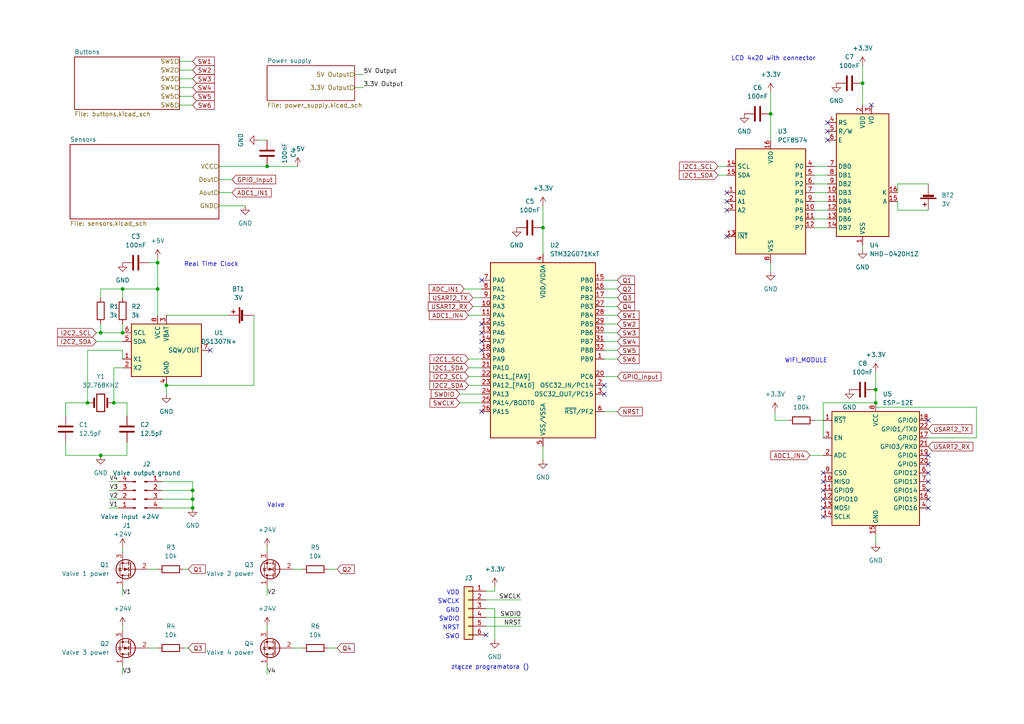
<source format=kicad_sch>
(kicad_sch (version 20211123) (generator eeschema)

  (uuid 69797d10-afcd-46e1-a6fc-adc442858fcd)

  (paper "A4")

  (title_block
    (title "Garden watering system")
    (date "21.11.2022")
    (company "Automatyka bez robotyki")
  )

  (lib_symbols
    (symbol "Connector:Conn_01x04_Male" (pin_names (offset 1.016) hide) (in_bom yes) (on_board yes)
      (property "Reference" "J" (id 0) (at 0 5.08 0)
        (effects (font (size 1.27 1.27)))
      )
      (property "Value" "Conn_01x04_Male" (id 1) (at 0 -7.62 0)
        (effects (font (size 1.27 1.27)))
      )
      (property "Footprint" "" (id 2) (at 0 0 0)
        (effects (font (size 1.27 1.27)) hide)
      )
      (property "Datasheet" "~" (id 3) (at 0 0 0)
        (effects (font (size 1.27 1.27)) hide)
      )
      (property "ki_keywords" "connector" (id 4) (at 0 0 0)
        (effects (font (size 1.27 1.27)) hide)
      )
      (property "ki_description" "Generic connector, single row, 01x04, script generated (kicad-library-utils/schlib/autogen/connector/)" (id 5) (at 0 0 0)
        (effects (font (size 1.27 1.27)) hide)
      )
      (property "ki_fp_filters" "Connector*:*_1x??_*" (id 6) (at 0 0 0)
        (effects (font (size 1.27 1.27)) hide)
      )
      (symbol "Conn_01x04_Male_1_1"
        (polyline
          (pts
            (xy 1.27 -5.08)
            (xy 0.8636 -5.08)
          )
          (stroke (width 0.1524) (type default) (color 0 0 0 0))
          (fill (type none))
        )
        (polyline
          (pts
            (xy 1.27 -2.54)
            (xy 0.8636 -2.54)
          )
          (stroke (width 0.1524) (type default) (color 0 0 0 0))
          (fill (type none))
        )
        (polyline
          (pts
            (xy 1.27 0)
            (xy 0.8636 0)
          )
          (stroke (width 0.1524) (type default) (color 0 0 0 0))
          (fill (type none))
        )
        (polyline
          (pts
            (xy 1.27 2.54)
            (xy 0.8636 2.54)
          )
          (stroke (width 0.1524) (type default) (color 0 0 0 0))
          (fill (type none))
        )
        (rectangle (start 0.8636 -4.953) (end 0 -5.207)
          (stroke (width 0.1524) (type default) (color 0 0 0 0))
          (fill (type outline))
        )
        (rectangle (start 0.8636 -2.413) (end 0 -2.667)
          (stroke (width 0.1524) (type default) (color 0 0 0 0))
          (fill (type outline))
        )
        (rectangle (start 0.8636 0.127) (end 0 -0.127)
          (stroke (width 0.1524) (type default) (color 0 0 0 0))
          (fill (type outline))
        )
        (rectangle (start 0.8636 2.667) (end 0 2.413)
          (stroke (width 0.1524) (type default) (color 0 0 0 0))
          (fill (type outline))
        )
        (pin passive line (at 5.08 2.54 180) (length 3.81)
          (name "Pin_1" (effects (font (size 1.27 1.27))))
          (number "1" (effects (font (size 1.27 1.27))))
        )
        (pin passive line (at 5.08 0 180) (length 3.81)
          (name "Pin_2" (effects (font (size 1.27 1.27))))
          (number "2" (effects (font (size 1.27 1.27))))
        )
        (pin passive line (at 5.08 -2.54 180) (length 3.81)
          (name "Pin_3" (effects (font (size 1.27 1.27))))
          (number "3" (effects (font (size 1.27 1.27))))
        )
        (pin passive line (at 5.08 -5.08 180) (length 3.81)
          (name "Pin_4" (effects (font (size 1.27 1.27))))
          (number "4" (effects (font (size 1.27 1.27))))
        )
      )
    )
    (symbol "Connector_Generic:Conn_01x06" (pin_names (offset 1.016) hide) (in_bom yes) (on_board yes)
      (property "Reference" "J" (id 0) (at 0 7.62 0)
        (effects (font (size 1.27 1.27)))
      )
      (property "Value" "Conn_01x06" (id 1) (at 0 -10.16 0)
        (effects (font (size 1.27 1.27)))
      )
      (property "Footprint" "" (id 2) (at 0 0 0)
        (effects (font (size 1.27 1.27)) hide)
      )
      (property "Datasheet" "~" (id 3) (at 0 0 0)
        (effects (font (size 1.27 1.27)) hide)
      )
      (property "ki_keywords" "connector" (id 4) (at 0 0 0)
        (effects (font (size 1.27 1.27)) hide)
      )
      (property "ki_description" "Generic connector, single row, 01x06, script generated (kicad-library-utils/schlib/autogen/connector/)" (id 5) (at 0 0 0)
        (effects (font (size 1.27 1.27)) hide)
      )
      (property "ki_fp_filters" "Connector*:*_1x??_*" (id 6) (at 0 0 0)
        (effects (font (size 1.27 1.27)) hide)
      )
      (symbol "Conn_01x06_1_1"
        (rectangle (start -1.27 -7.493) (end 0 -7.747)
          (stroke (width 0.1524) (type default) (color 0 0 0 0))
          (fill (type none))
        )
        (rectangle (start -1.27 -4.953) (end 0 -5.207)
          (stroke (width 0.1524) (type default) (color 0 0 0 0))
          (fill (type none))
        )
        (rectangle (start -1.27 -2.413) (end 0 -2.667)
          (stroke (width 0.1524) (type default) (color 0 0 0 0))
          (fill (type none))
        )
        (rectangle (start -1.27 0.127) (end 0 -0.127)
          (stroke (width 0.1524) (type default) (color 0 0 0 0))
          (fill (type none))
        )
        (rectangle (start -1.27 2.667) (end 0 2.413)
          (stroke (width 0.1524) (type default) (color 0 0 0 0))
          (fill (type none))
        )
        (rectangle (start -1.27 5.207) (end 0 4.953)
          (stroke (width 0.1524) (type default) (color 0 0 0 0))
          (fill (type none))
        )
        (rectangle (start -1.27 6.35) (end 1.27 -8.89)
          (stroke (width 0.254) (type default) (color 0 0 0 0))
          (fill (type background))
        )
        (pin passive line (at -5.08 5.08 0) (length 3.81)
          (name "Pin_1" (effects (font (size 1.27 1.27))))
          (number "1" (effects (font (size 1.27 1.27))))
        )
        (pin passive line (at -5.08 2.54 0) (length 3.81)
          (name "Pin_2" (effects (font (size 1.27 1.27))))
          (number "2" (effects (font (size 1.27 1.27))))
        )
        (pin passive line (at -5.08 0 0) (length 3.81)
          (name "Pin_3" (effects (font (size 1.27 1.27))))
          (number "3" (effects (font (size 1.27 1.27))))
        )
        (pin passive line (at -5.08 -2.54 0) (length 3.81)
          (name "Pin_4" (effects (font (size 1.27 1.27))))
          (number "4" (effects (font (size 1.27 1.27))))
        )
        (pin passive line (at -5.08 -5.08 0) (length 3.81)
          (name "Pin_5" (effects (font (size 1.27 1.27))))
          (number "5" (effects (font (size 1.27 1.27))))
        )
        (pin passive line (at -5.08 -7.62 0) (length 3.81)
          (name "Pin_6" (effects (font (size 1.27 1.27))))
          (number "6" (effects (font (size 1.27 1.27))))
        )
      )
    )
    (symbol "Device:Battery_Cell" (pin_numbers hide) (pin_names (offset 0) hide) (in_bom yes) (on_board yes)
      (property "Reference" "BT" (id 0) (at 2.54 2.54 0)
        (effects (font (size 1.27 1.27)) (justify left))
      )
      (property "Value" "Battery_Cell" (id 1) (at 2.54 0 0)
        (effects (font (size 1.27 1.27)) (justify left))
      )
      (property "Footprint" "" (id 2) (at 0 1.524 90)
        (effects (font (size 1.27 1.27)) hide)
      )
      (property "Datasheet" "~" (id 3) (at 0 1.524 90)
        (effects (font (size 1.27 1.27)) hide)
      )
      (property "ki_keywords" "battery cell" (id 4) (at 0 0 0)
        (effects (font (size 1.27 1.27)) hide)
      )
      (property "ki_description" "Single-cell battery" (id 5) (at 0 0 0)
        (effects (font (size 1.27 1.27)) hide)
      )
      (symbol "Battery_Cell_0_1"
        (rectangle (start -2.286 1.778) (end 2.286 1.524)
          (stroke (width 0) (type default) (color 0 0 0 0))
          (fill (type outline))
        )
        (rectangle (start -1.5748 1.1938) (end 1.4732 0.6858)
          (stroke (width 0) (type default) (color 0 0 0 0))
          (fill (type outline))
        )
        (polyline
          (pts
            (xy 0 0.762)
            (xy 0 0)
          )
          (stroke (width 0) (type default) (color 0 0 0 0))
          (fill (type none))
        )
        (polyline
          (pts
            (xy 0 1.778)
            (xy 0 2.54)
          )
          (stroke (width 0) (type default) (color 0 0 0 0))
          (fill (type none))
        )
        (polyline
          (pts
            (xy 0.508 3.429)
            (xy 1.524 3.429)
          )
          (stroke (width 0.254) (type default) (color 0 0 0 0))
          (fill (type none))
        )
        (polyline
          (pts
            (xy 1.016 3.937)
            (xy 1.016 2.921)
          )
          (stroke (width 0.254) (type default) (color 0 0 0 0))
          (fill (type none))
        )
      )
      (symbol "Battery_Cell_1_1"
        (pin passive line (at 0 5.08 270) (length 2.54)
          (name "+" (effects (font (size 1.27 1.27))))
          (number "1" (effects (font (size 1.27 1.27))))
        )
        (pin passive line (at 0 -2.54 90) (length 2.54)
          (name "-" (effects (font (size 1.27 1.27))))
          (number "2" (effects (font (size 1.27 1.27))))
        )
      )
    )
    (symbol "Device:C" (pin_numbers hide) (pin_names (offset 0.254)) (in_bom yes) (on_board yes)
      (property "Reference" "C" (id 0) (at 0.635 2.54 0)
        (effects (font (size 1.27 1.27)) (justify left))
      )
      (property "Value" "C" (id 1) (at 0.635 -2.54 0)
        (effects (font (size 1.27 1.27)) (justify left))
      )
      (property "Footprint" "" (id 2) (at 0.9652 -3.81 0)
        (effects (font (size 1.27 1.27)) hide)
      )
      (property "Datasheet" "~" (id 3) (at 0 0 0)
        (effects (font (size 1.27 1.27)) hide)
      )
      (property "ki_keywords" "cap capacitor" (id 4) (at 0 0 0)
        (effects (font (size 1.27 1.27)) hide)
      )
      (property "ki_description" "Unpolarized capacitor" (id 5) (at 0 0 0)
        (effects (font (size 1.27 1.27)) hide)
      )
      (property "ki_fp_filters" "C_*" (id 6) (at 0 0 0)
        (effects (font (size 1.27 1.27)) hide)
      )
      (symbol "C_0_1"
        (polyline
          (pts
            (xy -2.032 -0.762)
            (xy 2.032 -0.762)
          )
          (stroke (width 0.508) (type default) (color 0 0 0 0))
          (fill (type none))
        )
        (polyline
          (pts
            (xy -2.032 0.762)
            (xy 2.032 0.762)
          )
          (stroke (width 0.508) (type default) (color 0 0 0 0))
          (fill (type none))
        )
      )
      (symbol "C_1_1"
        (pin passive line (at 0 3.81 270) (length 2.794)
          (name "~" (effects (font (size 1.27 1.27))))
          (number "1" (effects (font (size 1.27 1.27))))
        )
        (pin passive line (at 0 -3.81 90) (length 2.794)
          (name "~" (effects (font (size 1.27 1.27))))
          (number "2" (effects (font (size 1.27 1.27))))
        )
      )
    )
    (symbol "Device:Crystal" (pin_numbers hide) (pin_names (offset 1.016) hide) (in_bom yes) (on_board yes)
      (property "Reference" "Y" (id 0) (at 0 3.81 0)
        (effects (font (size 1.27 1.27)))
      )
      (property "Value" "Crystal" (id 1) (at 0 -3.81 0)
        (effects (font (size 1.27 1.27)))
      )
      (property "Footprint" "" (id 2) (at 0 0 0)
        (effects (font (size 1.27 1.27)) hide)
      )
      (property "Datasheet" "~" (id 3) (at 0 0 0)
        (effects (font (size 1.27 1.27)) hide)
      )
      (property "ki_keywords" "quartz ceramic resonator oscillator" (id 4) (at 0 0 0)
        (effects (font (size 1.27 1.27)) hide)
      )
      (property "ki_description" "Two pin crystal" (id 5) (at 0 0 0)
        (effects (font (size 1.27 1.27)) hide)
      )
      (property "ki_fp_filters" "Crystal*" (id 6) (at 0 0 0)
        (effects (font (size 1.27 1.27)) hide)
      )
      (symbol "Crystal_0_1"
        (rectangle (start -1.143 2.54) (end 1.143 -2.54)
          (stroke (width 0.3048) (type default) (color 0 0 0 0))
          (fill (type none))
        )
        (polyline
          (pts
            (xy -2.54 0)
            (xy -1.905 0)
          )
          (stroke (width 0) (type default) (color 0 0 0 0))
          (fill (type none))
        )
        (polyline
          (pts
            (xy -1.905 -1.27)
            (xy -1.905 1.27)
          )
          (stroke (width 0.508) (type default) (color 0 0 0 0))
          (fill (type none))
        )
        (polyline
          (pts
            (xy 1.905 -1.27)
            (xy 1.905 1.27)
          )
          (stroke (width 0.508) (type default) (color 0 0 0 0))
          (fill (type none))
        )
        (polyline
          (pts
            (xy 2.54 0)
            (xy 1.905 0)
          )
          (stroke (width 0) (type default) (color 0 0 0 0))
          (fill (type none))
        )
      )
      (symbol "Crystal_1_1"
        (pin passive line (at -3.81 0 0) (length 1.27)
          (name "1" (effects (font (size 1.27 1.27))))
          (number "1" (effects (font (size 1.27 1.27))))
        )
        (pin passive line (at 3.81 0 180) (length 1.27)
          (name "2" (effects (font (size 1.27 1.27))))
          (number "2" (effects (font (size 1.27 1.27))))
        )
      )
    )
    (symbol "Device:R" (pin_numbers hide) (pin_names (offset 0)) (in_bom yes) (on_board yes)
      (property "Reference" "R" (id 0) (at 2.032 0 90)
        (effects (font (size 1.27 1.27)))
      )
      (property "Value" "R" (id 1) (at 0 0 90)
        (effects (font (size 1.27 1.27)))
      )
      (property "Footprint" "" (id 2) (at -1.778 0 90)
        (effects (font (size 1.27 1.27)) hide)
      )
      (property "Datasheet" "~" (id 3) (at 0 0 0)
        (effects (font (size 1.27 1.27)) hide)
      )
      (property "ki_keywords" "R res resistor" (id 4) (at 0 0 0)
        (effects (font (size 1.27 1.27)) hide)
      )
      (property "ki_description" "Resistor" (id 5) (at 0 0 0)
        (effects (font (size 1.27 1.27)) hide)
      )
      (property "ki_fp_filters" "R_*" (id 6) (at 0 0 0)
        (effects (font (size 1.27 1.27)) hide)
      )
      (symbol "R_0_1"
        (rectangle (start -1.016 -2.54) (end 1.016 2.54)
          (stroke (width 0.254) (type default) (color 0 0 0 0))
          (fill (type none))
        )
      )
      (symbol "R_1_1"
        (pin passive line (at 0 3.81 270) (length 1.27)
          (name "~" (effects (font (size 1.27 1.27))))
          (number "1" (effects (font (size 1.27 1.27))))
        )
        (pin passive line (at 0 -3.81 90) (length 1.27)
          (name "~" (effects (font (size 1.27 1.27))))
          (number "2" (effects (font (size 1.27 1.27))))
        )
      )
    )
    (symbol "Display_Character:NHD-0420H1Z" (in_bom yes) (on_board yes)
      (property "Reference" "U" (id 0) (at -6.35 19.05 0)
        (effects (font (size 1.27 1.27)))
      )
      (property "Value" "NHD-0420H1Z" (id 1) (at 5.08 19.05 0)
        (effects (font (size 1.27 1.27)) (justify left))
      )
      (property "Footprint" "Display:NHD-0420H1Z" (id 2) (at 0 -22.86 0)
        (effects (font (size 1.27 1.27)) hide)
      )
      (property "Datasheet" "http://www.newhavendisplay.com/specs/NHD-0420H1Z-FSW-GBW-33V3.pdf" (id 3) (at 2.54 -2.54 0)
        (effects (font (size 1.27 1.27)) hide)
      )
      (property "ki_keywords" "display LCD 20x4" (id 4) (at 0 0 0)
        (effects (font (size 1.27 1.27)) hide)
      )
      (property "ki_description" "LCD 20x4 Alphanumeric 16pin Blue/White/Green Backlight, 8bit parallel, 3.3V VDD" (id 5) (at 0 0 0)
        (effects (font (size 1.27 1.27)) hide)
      )
      (property "ki_fp_filters" "NHD*0420H1Z*" (id 6) (at 0 0 0)
        (effects (font (size 1.27 1.27)) hide)
      )
      (symbol "NHD-0420H1Z_0_1"
        (rectangle (start -7.62 17.78) (end 7.62 -17.78)
          (stroke (width 0.254) (type default) (color 0 0 0 0))
          (fill (type background))
        )
      )
      (symbol "NHD-0420H1Z_1_1"
        (pin power_in line (at 0 -20.32 90) (length 2.54)
          (name "VSS" (effects (font (size 1.27 1.27))))
          (number "1" (effects (font (size 1.27 1.27))))
        )
        (pin bidirectional line (at -10.16 -5.08 0) (length 2.54)
          (name "DB3" (effects (font (size 1.27 1.27))))
          (number "10" (effects (font (size 1.27 1.27))))
        )
        (pin bidirectional line (at -10.16 -7.62 0) (length 2.54)
          (name "DB4" (effects (font (size 1.27 1.27))))
          (number "11" (effects (font (size 1.27 1.27))))
        )
        (pin bidirectional line (at -10.16 -10.16 0) (length 2.54)
          (name "DB5" (effects (font (size 1.27 1.27))))
          (number "12" (effects (font (size 1.27 1.27))))
        )
        (pin bidirectional line (at -10.16 -12.7 0) (length 2.54)
          (name "DB6" (effects (font (size 1.27 1.27))))
          (number "13" (effects (font (size 1.27 1.27))))
        )
        (pin bidirectional line (at -10.16 -15.24 0) (length 2.54)
          (name "DB7" (effects (font (size 1.27 1.27))))
          (number "14" (effects (font (size 1.27 1.27))))
        )
        (pin passive line (at 10.16 -7.62 180) (length 2.54)
          (name "A" (effects (font (size 1.27 1.27))))
          (number "15" (effects (font (size 1.27 1.27))))
        )
        (pin passive line (at 10.16 -5.08 180) (length 2.54)
          (name "K" (effects (font (size 1.27 1.27))))
          (number "16" (effects (font (size 1.27 1.27))))
        )
        (pin power_in line (at 0 20.32 270) (length 2.54)
          (name "VDD" (effects (font (size 1.27 1.27))))
          (number "2" (effects (font (size 1.27 1.27))))
        )
        (pin power_in line (at 2.54 20.32 270) (length 2.54)
          (name "VO" (effects (font (size 1.27 1.27))))
          (number "3" (effects (font (size 1.27 1.27))))
        )
        (pin input line (at -10.16 15.24 0) (length 2.54)
          (name "RS" (effects (font (size 1.27 1.27))))
          (number "4" (effects (font (size 1.27 1.27))))
        )
        (pin input line (at -10.16 12.7 0) (length 2.54)
          (name "R/W" (effects (font (size 1.27 1.27))))
          (number "5" (effects (font (size 1.27 1.27))))
        )
        (pin input line (at -10.16 10.16 0) (length 2.54)
          (name "E" (effects (font (size 1.27 1.27))))
          (number "6" (effects (font (size 1.27 1.27))))
        )
        (pin bidirectional line (at -10.16 2.54 0) (length 2.54)
          (name "DB0" (effects (font (size 1.27 1.27))))
          (number "7" (effects (font (size 1.27 1.27))))
        )
        (pin bidirectional line (at -10.16 0 0) (length 2.54)
          (name "DB1" (effects (font (size 1.27 1.27))))
          (number "8" (effects (font (size 1.27 1.27))))
        )
        (pin bidirectional line (at -10.16 -2.54 0) (length 2.54)
          (name "DB2" (effects (font (size 1.27 1.27))))
          (number "9" (effects (font (size 1.27 1.27))))
        )
      )
    )
    (symbol "Interface_Expansion:PCF8574" (in_bom yes) (on_board yes)
      (property "Reference" "U" (id 0) (at -8.89 16.51 0)
        (effects (font (size 1.27 1.27)) (justify left))
      )
      (property "Value" "PCF8574" (id 1) (at 2.54 16.51 0)
        (effects (font (size 1.27 1.27)) (justify left))
      )
      (property "Footprint" "" (id 2) (at 0 0 0)
        (effects (font (size 1.27 1.27)) hide)
      )
      (property "Datasheet" "http://www.nxp.com/documents/data_sheet/PCF8574_PCF8574A.pdf" (id 3) (at 0 0 0)
        (effects (font (size 1.27 1.27)) hide)
      )
      (property "ki_keywords" "I2C Expander" (id 4) (at 0 0 0)
        (effects (font (size 1.27 1.27)) hide)
      )
      (property "ki_description" "8 Bit Port/Expander to I2C Bus, DIP/SOIC-16" (id 5) (at 0 0 0)
        (effects (font (size 1.27 1.27)) hide)
      )
      (property "ki_fp_filters" "DIP*W7.62mm* SOIC*7.5x10.3mm*P1.27mm*" (id 6) (at 0 0 0)
        (effects (font (size 1.27 1.27)) hide)
      )
      (symbol "PCF8574_0_1"
        (rectangle (start -10.16 15.24) (end 10.16 -15.24)
          (stroke (width 0.254) (type default) (color 0 0 0 0))
          (fill (type background))
        )
      )
      (symbol "PCF8574_1_1"
        (pin input line (at -12.7 2.54 0) (length 2.54)
          (name "A0" (effects (font (size 1.27 1.27))))
          (number "1" (effects (font (size 1.27 1.27))))
        )
        (pin bidirectional line (at 12.7 -2.54 180) (length 2.54)
          (name "P5" (effects (font (size 1.27 1.27))))
          (number "10" (effects (font (size 1.27 1.27))))
        )
        (pin bidirectional line (at 12.7 -5.08 180) (length 2.54)
          (name "P6" (effects (font (size 1.27 1.27))))
          (number "11" (effects (font (size 1.27 1.27))))
        )
        (pin bidirectional line (at 12.7 -7.62 180) (length 2.54)
          (name "P7" (effects (font (size 1.27 1.27))))
          (number "12" (effects (font (size 1.27 1.27))))
        )
        (pin open_collector output_low (at -12.7 -10.16 0) (length 2.54)
          (name "~{INT}" (effects (font (size 1.27 1.27))))
          (number "13" (effects (font (size 1.27 1.27))))
        )
        (pin input line (at -12.7 10.16 0) (length 2.54)
          (name "SCL" (effects (font (size 1.27 1.27))))
          (number "14" (effects (font (size 1.27 1.27))))
        )
        (pin bidirectional line (at -12.7 7.62 0) (length 2.54)
          (name "SDA" (effects (font (size 1.27 1.27))))
          (number "15" (effects (font (size 1.27 1.27))))
        )
        (pin power_in line (at 0 17.78 270) (length 2.54)
          (name "VDD" (effects (font (size 1.27 1.27))))
          (number "16" (effects (font (size 1.27 1.27))))
        )
        (pin input line (at -12.7 0 0) (length 2.54)
          (name "A1" (effects (font (size 1.27 1.27))))
          (number "2" (effects (font (size 1.27 1.27))))
        )
        (pin input line (at -12.7 -2.54 0) (length 2.54)
          (name "A2" (effects (font (size 1.27 1.27))))
          (number "3" (effects (font (size 1.27 1.27))))
        )
        (pin bidirectional line (at 12.7 10.16 180) (length 2.54)
          (name "P0" (effects (font (size 1.27 1.27))))
          (number "4" (effects (font (size 1.27 1.27))))
        )
        (pin bidirectional line (at 12.7 7.62 180) (length 2.54)
          (name "P1" (effects (font (size 1.27 1.27))))
          (number "5" (effects (font (size 1.27 1.27))))
        )
        (pin bidirectional line (at 12.7 5.08 180) (length 2.54)
          (name "P2" (effects (font (size 1.27 1.27))))
          (number "6" (effects (font (size 1.27 1.27))))
        )
        (pin bidirectional line (at 12.7 2.54 180) (length 2.54)
          (name "P3" (effects (font (size 1.27 1.27))))
          (number "7" (effects (font (size 1.27 1.27))))
        )
        (pin power_in line (at 0 -17.78 90) (length 2.54)
          (name "VSS" (effects (font (size 1.27 1.27))))
          (number "8" (effects (font (size 1.27 1.27))))
        )
        (pin bidirectional line (at 12.7 0 180) (length 2.54)
          (name "P4" (effects (font (size 1.27 1.27))))
          (number "9" (effects (font (size 1.27 1.27))))
        )
      )
    )
    (symbol "MCU_ST_STM32G0:STM32G071KxT" (in_bom yes) (on_board yes)
      (property "Reference" "U" (id 0) (at -15.24 26.67 0)
        (effects (font (size 1.27 1.27)) (justify left))
      )
      (property "Value" "STM32G071KxT" (id 1) (at 1.27 26.67 0)
        (effects (font (size 1.27 1.27)) (justify left))
      )
      (property "Footprint" "Package_QFP:LQFP-32_7x7mm_P0.8mm" (id 2) (at -2.54 -26.67 0)
        (effects (font (size 1.27 1.27)) (justify right) hide)
      )
      (property "Datasheet" "https://www.st.com/resource/en/datasheet/stm32g071kb.pdf" (id 3) (at 0 0 0)
        (effects (font (size 1.27 1.27)) hide)
      )
      (property "ki_keywords" "ARM Cortex-M0+ STM32G0 STM32G071" (id 4) (at 0 0 0)
        (effects (font (size 1.27 1.27)) hide)
      )
      (property "ki_description" "ARM Cortex-M0+ MCU, 64/128 kB flash, 36 kB SRAM, 64 MHz, 1.7-3.6 V, 30 GPIO, LQFP-32" (id 5) (at 0 0 0)
        (effects (font (size 1.27 1.27)) hide)
      )
      (property "ki_fp_filters" "LQFP*7x7mm*P0.8mm*" (id 6) (at 0 0 0)
        (effects (font (size 1.27 1.27)) hide)
      )
      (symbol "STM32G071KxT_0_1"
        (rectangle (start -15.24 -25.4) (end 15.24 25.4)
          (stroke (width 0.254) (type default) (color 0 0 0 0))
          (fill (type background))
        )
      )
      (symbol "STM32G071KxT_1_1"
        (pin bidirectional line (at 17.78 -2.54 180) (length 2.54)
          (name "PB9" (effects (font (size 1.27 1.27))))
          (number "1" (effects (font (size 1.27 1.27))))
        )
        (pin bidirectional line (at -17.78 12.7 0) (length 2.54)
          (name "PA3" (effects (font (size 1.27 1.27))))
          (number "10" (effects (font (size 1.27 1.27))))
        )
        (pin bidirectional line (at -17.78 10.16 0) (length 2.54)
          (name "PA4" (effects (font (size 1.27 1.27))))
          (number "11" (effects (font (size 1.27 1.27))))
        )
        (pin bidirectional line (at -17.78 7.62 0) (length 2.54)
          (name "PA5" (effects (font (size 1.27 1.27))))
          (number "12" (effects (font (size 1.27 1.27))))
        )
        (pin bidirectional line (at -17.78 5.08 0) (length 2.54)
          (name "PA6" (effects (font (size 1.27 1.27))))
          (number "13" (effects (font (size 1.27 1.27))))
        )
        (pin bidirectional line (at -17.78 2.54 0) (length 2.54)
          (name "PA7" (effects (font (size 1.27 1.27))))
          (number "14" (effects (font (size 1.27 1.27))))
        )
        (pin bidirectional line (at 17.78 20.32 180) (length 2.54)
          (name "PB0" (effects (font (size 1.27 1.27))))
          (number "15" (effects (font (size 1.27 1.27))))
        )
        (pin bidirectional line (at 17.78 17.78 180) (length 2.54)
          (name "PB1" (effects (font (size 1.27 1.27))))
          (number "16" (effects (font (size 1.27 1.27))))
        )
        (pin bidirectional line (at 17.78 15.24 180) (length 2.54)
          (name "PB2" (effects (font (size 1.27 1.27))))
          (number "17" (effects (font (size 1.27 1.27))))
        )
        (pin bidirectional line (at -17.78 0 0) (length 2.54)
          (name "PA8" (effects (font (size 1.27 1.27))))
          (number "18" (effects (font (size 1.27 1.27))))
        )
        (pin bidirectional line (at -17.78 -2.54 0) (length 2.54)
          (name "PA9" (effects (font (size 1.27 1.27))))
          (number "19" (effects (font (size 1.27 1.27))))
        )
        (pin bidirectional line (at 17.78 -10.16 180) (length 2.54)
          (name "OSC32_IN/PC14" (effects (font (size 1.27 1.27))))
          (number "2" (effects (font (size 1.27 1.27))))
        )
        (pin bidirectional line (at 17.78 -7.62 180) (length 2.54)
          (name "PC6" (effects (font (size 1.27 1.27))))
          (number "20" (effects (font (size 1.27 1.27))))
        )
        (pin bidirectional line (at -17.78 -5.08 0) (length 2.54)
          (name "PA10" (effects (font (size 1.27 1.27))))
          (number "21" (effects (font (size 1.27 1.27))))
        )
        (pin bidirectional line (at -17.78 -7.62 0) (length 2.54)
          (name "PA11_[PA9]" (effects (font (size 1.27 1.27))))
          (number "22" (effects (font (size 1.27 1.27))))
        )
        (pin bidirectional line (at -17.78 -10.16 0) (length 2.54)
          (name "PA12_[PA10]" (effects (font (size 1.27 1.27))))
          (number "23" (effects (font (size 1.27 1.27))))
        )
        (pin bidirectional line (at -17.78 -12.7 0) (length 2.54)
          (name "PA13" (effects (font (size 1.27 1.27))))
          (number "24" (effects (font (size 1.27 1.27))))
        )
        (pin bidirectional line (at -17.78 -15.24 0) (length 2.54)
          (name "PA14/BOOT0" (effects (font (size 1.27 1.27))))
          (number "25" (effects (font (size 1.27 1.27))))
        )
        (pin bidirectional line (at -17.78 -17.78 0) (length 2.54)
          (name "PA15" (effects (font (size 1.27 1.27))))
          (number "26" (effects (font (size 1.27 1.27))))
        )
        (pin bidirectional line (at 17.78 12.7 180) (length 2.54)
          (name "PB3" (effects (font (size 1.27 1.27))))
          (number "27" (effects (font (size 1.27 1.27))))
        )
        (pin bidirectional line (at 17.78 10.16 180) (length 2.54)
          (name "PB4" (effects (font (size 1.27 1.27))))
          (number "28" (effects (font (size 1.27 1.27))))
        )
        (pin bidirectional line (at 17.78 7.62 180) (length 2.54)
          (name "PB5" (effects (font (size 1.27 1.27))))
          (number "29" (effects (font (size 1.27 1.27))))
        )
        (pin bidirectional line (at 17.78 -12.7 180) (length 2.54)
          (name "OSC32_OUT/PC15" (effects (font (size 1.27 1.27))))
          (number "3" (effects (font (size 1.27 1.27))))
        )
        (pin bidirectional line (at 17.78 5.08 180) (length 2.54)
          (name "PB6" (effects (font (size 1.27 1.27))))
          (number "30" (effects (font (size 1.27 1.27))))
        )
        (pin bidirectional line (at 17.78 2.54 180) (length 2.54)
          (name "PB7" (effects (font (size 1.27 1.27))))
          (number "31" (effects (font (size 1.27 1.27))))
        )
        (pin bidirectional line (at 17.78 0 180) (length 2.54)
          (name "PB8" (effects (font (size 1.27 1.27))))
          (number "32" (effects (font (size 1.27 1.27))))
        )
        (pin power_in line (at 0 27.94 270) (length 2.54)
          (name "VDD/VDDA" (effects (font (size 1.27 1.27))))
          (number "4" (effects (font (size 1.27 1.27))))
        )
        (pin power_in line (at 0 -27.94 90) (length 2.54)
          (name "VSS/VSSA" (effects (font (size 1.27 1.27))))
          (number "5" (effects (font (size 1.27 1.27))))
        )
        (pin bidirectional line (at 17.78 -17.78 180) (length 2.54)
          (name "~{RST}/PF2" (effects (font (size 1.27 1.27))))
          (number "6" (effects (font (size 1.27 1.27))))
        )
        (pin bidirectional line (at -17.78 20.32 0) (length 2.54)
          (name "PA0" (effects (font (size 1.27 1.27))))
          (number "7" (effects (font (size 1.27 1.27))))
        )
        (pin bidirectional line (at -17.78 17.78 0) (length 2.54)
          (name "PA1" (effects (font (size 1.27 1.27))))
          (number "8" (effects (font (size 1.27 1.27))))
        )
        (pin bidirectional line (at -17.78 15.24 0) (length 2.54)
          (name "PA2" (effects (font (size 1.27 1.27))))
          (number "9" (effects (font (size 1.27 1.27))))
        )
      )
    )
    (symbol "RF_Module:ESP-12E" (in_bom yes) (on_board yes)
      (property "Reference" "U" (id 0) (at -12.7 19.05 0)
        (effects (font (size 1.27 1.27)) (justify left))
      )
      (property "Value" "ESP-12E" (id 1) (at 12.7 19.05 0)
        (effects (font (size 1.27 1.27)) (justify right))
      )
      (property "Footprint" "RF_Module:ESP-12E" (id 2) (at 0 0 0)
        (effects (font (size 1.27 1.27)) hide)
      )
      (property "Datasheet" "http://wiki.ai-thinker.com/_media/esp8266/esp8266_series_modules_user_manual_v1.1.pdf" (id 3) (at -8.89 2.54 0)
        (effects (font (size 1.27 1.27)) hide)
      )
      (property "ki_keywords" "802.11 Wi-Fi" (id 4) (at 0 0 0)
        (effects (font (size 1.27 1.27)) hide)
      )
      (property "ki_description" "802.11 b/g/n Wi-Fi Module" (id 5) (at 0 0 0)
        (effects (font (size 1.27 1.27)) hide)
      )
      (property "ki_fp_filters" "ESP?12*" (id 6) (at 0 0 0)
        (effects (font (size 1.27 1.27)) hide)
      )
      (symbol "ESP-12E_0_1"
        (rectangle (start -12.7 17.78) (end 12.7 -15.24)
          (stroke (width 0.254) (type default) (color 0 0 0 0))
          (fill (type background))
        )
      )
      (symbol "ESP-12E_1_1"
        (pin input line (at -15.24 15.24 0) (length 2.54)
          (name "~{RST}" (effects (font (size 1.27 1.27))))
          (number "1" (effects (font (size 1.27 1.27))))
        )
        (pin bidirectional line (at -15.24 -2.54 0) (length 2.54)
          (name "MISO" (effects (font (size 1.27 1.27))))
          (number "10" (effects (font (size 1.27 1.27))))
        )
        (pin bidirectional line (at -15.24 -5.08 0) (length 2.54)
          (name "GPIO9" (effects (font (size 1.27 1.27))))
          (number "11" (effects (font (size 1.27 1.27))))
        )
        (pin bidirectional line (at -15.24 -7.62 0) (length 2.54)
          (name "GPIO10" (effects (font (size 1.27 1.27))))
          (number "12" (effects (font (size 1.27 1.27))))
        )
        (pin bidirectional line (at -15.24 -10.16 0) (length 2.54)
          (name "MOSI" (effects (font (size 1.27 1.27))))
          (number "13" (effects (font (size 1.27 1.27))))
        )
        (pin bidirectional line (at -15.24 -12.7 0) (length 2.54)
          (name "SCLK" (effects (font (size 1.27 1.27))))
          (number "14" (effects (font (size 1.27 1.27))))
        )
        (pin power_in line (at 0 -17.78 90) (length 2.54)
          (name "GND" (effects (font (size 1.27 1.27))))
          (number "15" (effects (font (size 1.27 1.27))))
        )
        (pin bidirectional line (at 15.24 -7.62 180) (length 2.54)
          (name "GPIO15" (effects (font (size 1.27 1.27))))
          (number "16" (effects (font (size 1.27 1.27))))
        )
        (pin bidirectional line (at 15.24 10.16 180) (length 2.54)
          (name "GPIO2" (effects (font (size 1.27 1.27))))
          (number "17" (effects (font (size 1.27 1.27))))
        )
        (pin bidirectional line (at 15.24 15.24 180) (length 2.54)
          (name "GPIO0" (effects (font (size 1.27 1.27))))
          (number "18" (effects (font (size 1.27 1.27))))
        )
        (pin bidirectional line (at 15.24 5.08 180) (length 2.54)
          (name "GPIO4" (effects (font (size 1.27 1.27))))
          (number "19" (effects (font (size 1.27 1.27))))
        )
        (pin input line (at -15.24 5.08 0) (length 2.54)
          (name "ADC" (effects (font (size 1.27 1.27))))
          (number "2" (effects (font (size 1.27 1.27))))
        )
        (pin bidirectional line (at 15.24 2.54 180) (length 2.54)
          (name "GPIO5" (effects (font (size 1.27 1.27))))
          (number "20" (effects (font (size 1.27 1.27))))
        )
        (pin bidirectional line (at 15.24 7.62 180) (length 2.54)
          (name "GPIO3/RXD" (effects (font (size 1.27 1.27))))
          (number "21" (effects (font (size 1.27 1.27))))
        )
        (pin bidirectional line (at 15.24 12.7 180) (length 2.54)
          (name "GPIO1/TXD" (effects (font (size 1.27 1.27))))
          (number "22" (effects (font (size 1.27 1.27))))
        )
        (pin input line (at -15.24 10.16 0) (length 2.54)
          (name "EN" (effects (font (size 1.27 1.27))))
          (number "3" (effects (font (size 1.27 1.27))))
        )
        (pin bidirectional line (at 15.24 -10.16 180) (length 2.54)
          (name "GPIO16" (effects (font (size 1.27 1.27))))
          (number "4" (effects (font (size 1.27 1.27))))
        )
        (pin bidirectional line (at 15.24 -5.08 180) (length 2.54)
          (name "GPIO14" (effects (font (size 1.27 1.27))))
          (number "5" (effects (font (size 1.27 1.27))))
        )
        (pin bidirectional line (at 15.24 0 180) (length 2.54)
          (name "GPIO12" (effects (font (size 1.27 1.27))))
          (number "6" (effects (font (size 1.27 1.27))))
        )
        (pin bidirectional line (at 15.24 -2.54 180) (length 2.54)
          (name "GPIO13" (effects (font (size 1.27 1.27))))
          (number "7" (effects (font (size 1.27 1.27))))
        )
        (pin power_in line (at 0 20.32 270) (length 2.54)
          (name "VCC" (effects (font (size 1.27 1.27))))
          (number "8" (effects (font (size 1.27 1.27))))
        )
        (pin input line (at -15.24 0 0) (length 2.54)
          (name "CS0" (effects (font (size 1.27 1.27))))
          (number "9" (effects (font (size 1.27 1.27))))
        )
      )
    )
    (symbol "Timer_RTC:DS1307N+" (in_bom yes) (on_board yes)
      (property "Reference" "U" (id 0) (at -8.89 8.89 0)
        (effects (font (size 1.27 1.27)))
      )
      (property "Value" "DS1307N+" (id 1) (at 1.27 8.89 0)
        (effects (font (size 1.27 1.27)) (justify left))
      )
      (property "Footprint" "Package_DIP:DIP-8_W7.62mm" (id 2) (at 0 -12.7 0)
        (effects (font (size 1.27 1.27)) hide)
      )
      (property "Datasheet" "https://datasheets.maximintegrated.com/en/ds/DS1307.pdf" (id 3) (at 0 -5.08 0)
        (effects (font (size 1.27 1.27)) hide)
      )
      (property "ki_keywords" "RTC, Trickle-Charge Timekeeping Chip" (id 4) (at 0 0 0)
        (effects (font (size 1.27 1.27)) hide)
      )
      (property "ki_description" "64 x 8, Serial, I2C Real-time clock, 4.5V to 5.5V VCC, -40°C to +85°C, DIP-8" (id 5) (at 0 0 0)
        (effects (font (size 1.27 1.27)) hide)
      )
      (property "ki_fp_filters" "DIP*W7.62mm*" (id 6) (at 0 0 0)
        (effects (font (size 1.27 1.27)) hide)
      )
      (symbol "DS1307N+_0_1"
        (rectangle (start -10.16 7.62) (end 10.16 -7.62)
          (stroke (width 0.254) (type default) (color 0 0 0 0))
          (fill (type background))
        )
      )
      (symbol "DS1307N+_1_1"
        (pin input line (at -12.7 -2.54 0) (length 2.54)
          (name "X1" (effects (font (size 1.27 1.27))))
          (number "1" (effects (font (size 1.27 1.27))))
        )
        (pin input line (at -12.7 -5.08 0) (length 2.54)
          (name "X2" (effects (font (size 1.27 1.27))))
          (number "2" (effects (font (size 1.27 1.27))))
        )
        (pin power_in line (at 0 10.16 270) (length 2.54)
          (name "VBAT" (effects (font (size 1.27 1.27))))
          (number "3" (effects (font (size 1.27 1.27))))
        )
        (pin power_in line (at 0 -10.16 90) (length 2.54)
          (name "GND" (effects (font (size 1.27 1.27))))
          (number "4" (effects (font (size 1.27 1.27))))
        )
        (pin bidirectional line (at -12.7 2.54 0) (length 2.54)
          (name "SDA" (effects (font (size 1.27 1.27))))
          (number "5" (effects (font (size 1.27 1.27))))
        )
        (pin input line (at -12.7 5.08 0) (length 2.54)
          (name "SCL" (effects (font (size 1.27 1.27))))
          (number "6" (effects (font (size 1.27 1.27))))
        )
        (pin open_collector line (at 12.7 0 180) (length 2.54)
          (name "SQW/OUT" (effects (font (size 1.27 1.27))))
          (number "7" (effects (font (size 1.27 1.27))))
        )
        (pin power_in line (at -2.54 10.16 270) (length 2.54)
          (name "VCC" (effects (font (size 1.27 1.27))))
          (number "8" (effects (font (size 1.27 1.27))))
        )
      )
    )
    (symbol "Transistor_FET:IRL6283M" (pin_names hide) (in_bom yes) (on_board yes)
      (property "Reference" "Q" (id 0) (at 5.08 1.905 0)
        (effects (font (size 1.27 1.27)) (justify left))
      )
      (property "Value" "IRL6283M" (id 1) (at 5.08 0 0)
        (effects (font (size 1.27 1.27)) (justify left))
      )
      (property "Footprint" "Package_DirectFET:DirectFET_MD" (id 2) (at 0 0 0)
        (effects (font (size 1.27 1.27) italic) hide)
      )
      (property "Datasheet" "https://www.infineon.com/dgdl/irl6283mpbf.pdf?fileId=5546d462533600a40153565fe9452573" (id 3) (at 0 0 0)
        (effects (font (size 1.27 1.27)) (justify left) hide)
      )
      (property "ki_keywords" "N-Channel HEXFET MOSFET IRFET" (id 4) (at 0 0 0)
        (effects (font (size 1.27 1.27)) hide)
      )
      (property "ki_description" "38A Id, 20V Vds, 0.75mOhm Rds, N-Channel HEXFET Power MOSFET, DirectFET MD" (id 5) (at 0 0 0)
        (effects (font (size 1.27 1.27)) hide)
      )
      (property "ki_fp_filters" "DirectFET*MD*" (id 6) (at 0 0 0)
        (effects (font (size 1.27 1.27)) hide)
      )
      (symbol "IRL6283M_0_1"
        (polyline
          (pts
            (xy 0.254 0)
            (xy -2.54 0)
          )
          (stroke (width 0) (type default) (color 0 0 0 0))
          (fill (type none))
        )
        (polyline
          (pts
            (xy 0.254 1.905)
            (xy 0.254 -1.905)
          )
          (stroke (width 0.254) (type default) (color 0 0 0 0))
          (fill (type none))
        )
        (polyline
          (pts
            (xy 0.762 -1.27)
            (xy 0.762 -2.286)
          )
          (stroke (width 0.254) (type default) (color 0 0 0 0))
          (fill (type none))
        )
        (polyline
          (pts
            (xy 0.762 0.508)
            (xy 0.762 -0.508)
          )
          (stroke (width 0.254) (type default) (color 0 0 0 0))
          (fill (type none))
        )
        (polyline
          (pts
            (xy 0.762 2.286)
            (xy 0.762 1.27)
          )
          (stroke (width 0.254) (type default) (color 0 0 0 0))
          (fill (type none))
        )
        (polyline
          (pts
            (xy 2.54 2.54)
            (xy 2.54 1.778)
          )
          (stroke (width 0) (type default) (color 0 0 0 0))
          (fill (type none))
        )
        (polyline
          (pts
            (xy 2.54 -2.54)
            (xy 2.54 0)
            (xy 0.762 0)
          )
          (stroke (width 0) (type default) (color 0 0 0 0))
          (fill (type none))
        )
        (polyline
          (pts
            (xy 0.762 -1.778)
            (xy 3.302 -1.778)
            (xy 3.302 1.778)
            (xy 0.762 1.778)
          )
          (stroke (width 0) (type default) (color 0 0 0 0))
          (fill (type none))
        )
        (polyline
          (pts
            (xy 1.016 0)
            (xy 2.032 0.381)
            (xy 2.032 -0.381)
            (xy 1.016 0)
          )
          (stroke (width 0) (type default) (color 0 0 0 0))
          (fill (type outline))
        )
        (polyline
          (pts
            (xy 2.794 0.508)
            (xy 2.921 0.381)
            (xy 3.683 0.381)
            (xy 3.81 0.254)
          )
          (stroke (width 0) (type default) (color 0 0 0 0))
          (fill (type none))
        )
        (polyline
          (pts
            (xy 3.302 0.381)
            (xy 2.921 -0.254)
            (xy 3.683 -0.254)
            (xy 3.302 0.381)
          )
          (stroke (width 0) (type default) (color 0 0 0 0))
          (fill (type none))
        )
        (circle (center 1.651 0) (radius 2.794)
          (stroke (width 0.254) (type default) (color 0 0 0 0))
          (fill (type none))
        )
        (circle (center 2.54 -1.778) (radius 0.254)
          (stroke (width 0) (type default) (color 0 0 0 0))
          (fill (type outline))
        )
        (circle (center 2.54 1.778) (radius 0.254)
          (stroke (width 0) (type default) (color 0 0 0 0))
          (fill (type outline))
        )
      )
      (symbol "IRL6283M_1_1"
        (pin passive line (at 2.54 5.08 270) (length 2.54)
          (name "D" (effects (font (size 1.27 1.27))))
          (number "1" (effects (font (size 1.27 1.27))))
        )
        (pin input line (at -5.08 0 0) (length 2.54)
          (name "G" (effects (font (size 1.27 1.27))))
          (number "2" (effects (font (size 1.27 1.27))))
        )
        (pin passive line (at 2.54 -5.08 90) (length 2.54)
          (name "S" (effects (font (size 1.27 1.27))))
          (number "3" (effects (font (size 1.27 1.27))))
        )
      )
    )
    (symbol "power:+24V" (power) (pin_names (offset 0)) (in_bom yes) (on_board yes)
      (property "Reference" "#PWR" (id 0) (at 0 -3.81 0)
        (effects (font (size 1.27 1.27)) hide)
      )
      (property "Value" "+24V" (id 1) (at 0 3.556 0)
        (effects (font (size 1.27 1.27)))
      )
      (property "Footprint" "" (id 2) (at 0 0 0)
        (effects (font (size 1.27 1.27)) hide)
      )
      (property "Datasheet" "" (id 3) (at 0 0 0)
        (effects (font (size 1.27 1.27)) hide)
      )
      (property "ki_keywords" "power-flag" (id 4) (at 0 0 0)
        (effects (font (size 1.27 1.27)) hide)
      )
      (property "ki_description" "Power symbol creates a global label with name \"+24V\"" (id 5) (at 0 0 0)
        (effects (font (size 1.27 1.27)) hide)
      )
      (symbol "+24V_0_1"
        (polyline
          (pts
            (xy -0.762 1.27)
            (xy 0 2.54)
          )
          (stroke (width 0) (type default) (color 0 0 0 0))
          (fill (type none))
        )
        (polyline
          (pts
            (xy 0 0)
            (xy 0 2.54)
          )
          (stroke (width 0) (type default) (color 0 0 0 0))
          (fill (type none))
        )
        (polyline
          (pts
            (xy 0 2.54)
            (xy 0.762 1.27)
          )
          (stroke (width 0) (type default) (color 0 0 0 0))
          (fill (type none))
        )
      )
      (symbol "+24V_1_1"
        (pin power_in line (at 0 0 90) (length 0) hide
          (name "+24V" (effects (font (size 1.27 1.27))))
          (number "1" (effects (font (size 1.27 1.27))))
        )
      )
    )
    (symbol "power:+3.3V" (power) (pin_names (offset 0)) (in_bom yes) (on_board yes)
      (property "Reference" "#PWR" (id 0) (at 0 -3.81 0)
        (effects (font (size 1.27 1.27)) hide)
      )
      (property "Value" "+3.3V" (id 1) (at 0 3.556 0)
        (effects (font (size 1.27 1.27)))
      )
      (property "Footprint" "" (id 2) (at 0 0 0)
        (effects (font (size 1.27 1.27)) hide)
      )
      (property "Datasheet" "" (id 3) (at 0 0 0)
        (effects (font (size 1.27 1.27)) hide)
      )
      (property "ki_keywords" "power-flag" (id 4) (at 0 0 0)
        (effects (font (size 1.27 1.27)) hide)
      )
      (property "ki_description" "Power symbol creates a global label with name \"+3.3V\"" (id 5) (at 0 0 0)
        (effects (font (size 1.27 1.27)) hide)
      )
      (symbol "+3.3V_0_1"
        (polyline
          (pts
            (xy -0.762 1.27)
            (xy 0 2.54)
          )
          (stroke (width 0) (type default) (color 0 0 0 0))
          (fill (type none))
        )
        (polyline
          (pts
            (xy 0 0)
            (xy 0 2.54)
          )
          (stroke (width 0) (type default) (color 0 0 0 0))
          (fill (type none))
        )
        (polyline
          (pts
            (xy 0 2.54)
            (xy 0.762 1.27)
          )
          (stroke (width 0) (type default) (color 0 0 0 0))
          (fill (type none))
        )
      )
      (symbol "+3.3V_1_1"
        (pin power_in line (at 0 0 90) (length 0) hide
          (name "+3.3V" (effects (font (size 1.27 1.27))))
          (number "1" (effects (font (size 1.27 1.27))))
        )
      )
    )
    (symbol "power:+5V" (power) (pin_names (offset 0)) (in_bom yes) (on_board yes)
      (property "Reference" "#PWR" (id 0) (at 0 -3.81 0)
        (effects (font (size 1.27 1.27)) hide)
      )
      (property "Value" "+5V" (id 1) (at 0 3.556 0)
        (effects (font (size 1.27 1.27)))
      )
      (property "Footprint" "" (id 2) (at 0 0 0)
        (effects (font (size 1.27 1.27)) hide)
      )
      (property "Datasheet" "" (id 3) (at 0 0 0)
        (effects (font (size 1.27 1.27)) hide)
      )
      (property "ki_keywords" "power-flag" (id 4) (at 0 0 0)
        (effects (font (size 1.27 1.27)) hide)
      )
      (property "ki_description" "Power symbol creates a global label with name \"+5V\"" (id 5) (at 0 0 0)
        (effects (font (size 1.27 1.27)) hide)
      )
      (symbol "+5V_0_1"
        (polyline
          (pts
            (xy -0.762 1.27)
            (xy 0 2.54)
          )
          (stroke (width 0) (type default) (color 0 0 0 0))
          (fill (type none))
        )
        (polyline
          (pts
            (xy 0 0)
            (xy 0 2.54)
          )
          (stroke (width 0) (type default) (color 0 0 0 0))
          (fill (type none))
        )
        (polyline
          (pts
            (xy 0 2.54)
            (xy 0.762 1.27)
          )
          (stroke (width 0) (type default) (color 0 0 0 0))
          (fill (type none))
        )
      )
      (symbol "+5V_1_1"
        (pin power_in line (at 0 0 90) (length 0) hide
          (name "+5V" (effects (font (size 1.27 1.27))))
          (number "1" (effects (font (size 1.27 1.27))))
        )
      )
    )
    (symbol "power:GND" (power) (pin_names (offset 0)) (in_bom yes) (on_board yes)
      (property "Reference" "#PWR" (id 0) (at 0 -6.35 0)
        (effects (font (size 1.27 1.27)) hide)
      )
      (property "Value" "GND" (id 1) (at 0 -3.81 0)
        (effects (font (size 1.27 1.27)))
      )
      (property "Footprint" "" (id 2) (at 0 0 0)
        (effects (font (size 1.27 1.27)) hide)
      )
      (property "Datasheet" "" (id 3) (at 0 0 0)
        (effects (font (size 1.27 1.27)) hide)
      )
      (property "ki_keywords" "power-flag" (id 4) (at 0 0 0)
        (effects (font (size 1.27 1.27)) hide)
      )
      (property "ki_description" "Power symbol creates a global label with name \"GND\" , ground" (id 5) (at 0 0 0)
        (effects (font (size 1.27 1.27)) hide)
      )
      (symbol "GND_0_1"
        (polyline
          (pts
            (xy 0 0)
            (xy 0 -1.27)
            (xy 1.27 -1.27)
            (xy 0 -2.54)
            (xy -1.27 -1.27)
            (xy 0 -1.27)
          )
          (stroke (width 0) (type default) (color 0 0 0 0))
          (fill (type none))
        )
      )
      (symbol "GND_1_1"
        (pin power_in line (at 0 0 270) (length 0) hide
          (name "GND" (effects (font (size 1.27 1.27))))
          (number "1" (effects (font (size 1.27 1.27))))
        )
      )
    )
  )

  (junction (at 45.72 76.2) (diameter 0) (color 0 0 0 0)
    (uuid 0a784aaf-14e0-4b65-9f0b-50cd223c1a1b)
  )
  (junction (at 157.48 66.04) (diameter 0) (color 0 0 0 0)
    (uuid 11ceffbf-a170-48a6-a972-0f09cf48ea52)
  )
  (junction (at 55.88 142.24) (diameter 0) (color 0 0 0 0)
    (uuid 293d99a6-0f71-4074-8cfc-f5d1c3bdf857)
  )
  (junction (at 48.26 111.76) (diameter 0) (color 0 0 0 0)
    (uuid 29716e1f-2128-4fa5-b8c3-dd99d17c3cc7)
  )
  (junction (at 254 113.03) (diameter 0) (color 0 0 0 0)
    (uuid 2e148579-c507-431c-8ee9-35ebbb6289a8)
  )
  (junction (at 77.47 48.26) (diameter 0) (color 0 0 0 0)
    (uuid 31b68082-0fce-45be-ba99-9a9ac54c1477)
  )
  (junction (at 35.56 96.52) (diameter 0) (color 0 0 0 0)
    (uuid 3b3b8ece-f421-46e2-b1e8-891a1619dd20)
  )
  (junction (at 254 116.84) (diameter 0) (color 0 0 0 0)
    (uuid 428792ac-33ae-450b-819d-2d8a6ae6b800)
  )
  (junction (at 35.56 83.82) (diameter 0) (color 0 0 0 0)
    (uuid 601a13b6-54e0-4494-b22e-d11e6a63de9c)
  )
  (junction (at 223.52 33.02) (diameter 0) (color 0 0 0 0)
    (uuid 6737a825-a66b-4e7f-b380-eb475ea5a10c)
  )
  (junction (at 250.19 24.13) (diameter 0) (color 0 0 0 0)
    (uuid 68ef9a67-49f2-492a-9622-1202431c5c6a)
  )
  (junction (at 55.88 147.32) (diameter 0) (color 0 0 0 0)
    (uuid 733acc3d-2017-4f51-88b8-6ac00c839e34)
  )
  (junction (at 33.02 116.84) (diameter 0) (color 0 0 0 0)
    (uuid 7d516a2d-1cee-4a16-8f16-be2f404f96e8)
  )
  (junction (at 55.88 144.78) (diameter 0) (color 0 0 0 0)
    (uuid 83f94d1f-bb75-49b8-b4c3-fa3d6b9c045b)
  )
  (junction (at 29.21 132.08) (diameter 0) (color 0 0 0 0)
    (uuid 9b4a5b5c-cc4a-4be1-b07f-8986362b1e2e)
  )
  (junction (at 45.72 83.82) (diameter 0) (color 0 0 0 0)
    (uuid a6690851-643d-4633-b341-c3f672c97751)
  )
  (junction (at 25.4 116.84) (diameter 0) (color 0 0 0 0)
    (uuid dc8ad914-4349-423e-935e-20c56610ba96)
  )
  (junction (at 29.21 96.52) (diameter 0) (color 0 0 0 0)
    (uuid e596a52b-7c65-44d8-bce2-adbe5b554e7d)
  )

  (no_connect (at 269.24 121.92) (uuid 0f6fd619-0c5d-423e-b27d-45bd6a99d17a))
  (no_connect (at 269.24 132.08) (uuid 0f6fd619-0c5d-423e-b27d-45bd6a99d17a))
  (no_connect (at 269.24 139.7) (uuid 0f6fd619-0c5d-423e-b27d-45bd6a99d17a))
  (no_connect (at 269.24 142.24) (uuid 0f6fd619-0c5d-423e-b27d-45bd6a99d17a))
  (no_connect (at 269.24 144.78) (uuid 0f6fd619-0c5d-423e-b27d-45bd6a99d17a))
  (no_connect (at 269.24 147.32) (uuid 0f6fd619-0c5d-423e-b27d-45bd6a99d17a))
  (no_connect (at 238.76 147.32) (uuid 0f6fd619-0c5d-423e-b27d-45bd6a99d17a))
  (no_connect (at 238.76 149.86) (uuid 0f6fd619-0c5d-423e-b27d-45bd6a99d17a))
  (no_connect (at 238.76 144.78) (uuid 0f6fd619-0c5d-423e-b27d-45bd6a99d17a))
  (no_connect (at 238.76 142.24) (uuid 0f6fd619-0c5d-423e-b27d-45bd6a99d17a))
  (no_connect (at 238.76 139.7) (uuid 0f6fd619-0c5d-423e-b27d-45bd6a99d17a))
  (no_connect (at 238.76 137.16) (uuid 0f6fd619-0c5d-423e-b27d-45bd6a99d17a))
  (no_connect (at 269.24 134.62) (uuid 0f6fd619-0c5d-423e-b27d-45bd6a99d17a))
  (no_connect (at 269.24 137.16) (uuid 0f6fd619-0c5d-423e-b27d-45bd6a99d17a))
  (no_connect (at 240.03 35.56) (uuid 4e74f6d6-4802-4e62-9ea3-b69a4f1d815c))
  (no_connect (at 240.03 38.1) (uuid 4e74f6d6-4802-4e62-9ea3-b69a4f1d815c))
  (no_connect (at 240.03 40.64) (uuid 4e74f6d6-4802-4e62-9ea3-b69a4f1d815c))
  (no_connect (at 140.97 184.15) (uuid 52fb3d22-eeae-443c-a58e-274a78132154))
  (no_connect (at 210.82 68.58) (uuid 5c030fab-273b-494d-9955-c673d09071ec))
  (no_connect (at 210.82 55.88) (uuid 5c030fab-273b-494d-9955-c673d09071ec))
  (no_connect (at 210.82 58.42) (uuid 5c030fab-273b-494d-9955-c673d09071ec))
  (no_connect (at 210.82 60.96) (uuid 5c030fab-273b-494d-9955-c673d09071ec))
  (no_connect (at 60.96 101.6) (uuid 71bbbe3d-aaac-46f4-bb2f-b4e4bf1b8614))
  (no_connect (at 175.26 111.76) (uuid 991d3c62-81f2-46e6-a961-d1eb8688c222))
  (no_connect (at 139.7 119.38) (uuid 991d3c62-81f2-46e6-a961-d1eb8688c222))
  (no_connect (at 175.26 114.3) (uuid 991d3c62-81f2-46e6-a961-d1eb8688c222))
  (no_connect (at 139.7 101.6) (uuid 991d3c62-81f2-46e6-a961-d1eb8688c222))
  (no_connect (at 139.7 99.06) (uuid 991d3c62-81f2-46e6-a961-d1eb8688c222))
  (no_connect (at 139.7 96.52) (uuid 991d3c62-81f2-46e6-a961-d1eb8688c222))
  (no_connect (at 139.7 93.98) (uuid 991d3c62-81f2-46e6-a961-d1eb8688c222))
  (no_connect (at 139.7 81.28) (uuid 991d3c62-81f2-46e6-a961-d1eb8688c222))
  (no_connect (at 252.73 30.48) (uuid e714340a-0f97-48d1-9e14-e664c25c05df))

  (wire (pts (xy 254 116.84) (xy 238.76 116.84))
    (stroke (width 0) (type default) (color 0 0 0 0))
    (uuid 000d1a2d-af80-4839-afaf-08b708c698d7)
  )
  (wire (pts (xy 27.94 99.06) (xy 35.56 99.06))
    (stroke (width 0) (type default) (color 0 0 0 0))
    (uuid 00365918-3831-4080-85d3-6726b6403bfb)
  )
  (wire (pts (xy 43.18 165.1) (xy 45.72 165.1))
    (stroke (width 0) (type default) (color 0 0 0 0))
    (uuid 0396a7a5-e8a9-40df-835f-d0eb647de56a)
  )
  (wire (pts (xy 52.07 22.86) (xy 55.88 22.86))
    (stroke (width 0) (type default) (color 0 0 0 0))
    (uuid 04fde4a0-9481-437f-a337-e670fddc4c01)
  )
  (wire (pts (xy 254 107.95) (xy 254 113.03))
    (stroke (width 0) (type default) (color 0 0 0 0))
    (uuid 0bca183d-772d-4a9d-93ba-276b977c0fa9)
  )
  (wire (pts (xy 143.51 176.53) (xy 143.51 185.42))
    (stroke (width 0) (type default) (color 0 0 0 0))
    (uuid 0c31acf0-fd36-48ca-bfda-13046d28ac12)
  )
  (wire (pts (xy 133.35 116.84) (xy 139.7 116.84))
    (stroke (width 0) (type default) (color 0 0 0 0))
    (uuid 14d7ef82-44a7-4c7f-a87d-335e116fa83d)
  )
  (wire (pts (xy 224.79 119.38) (xy 224.79 121.92))
    (stroke (width 0) (type default) (color 0 0 0 0))
    (uuid 150e227e-9e23-4c3c-b0df-125ca7341fa1)
  )
  (wire (pts (xy 63.5 59.69) (xy 71.12 59.69))
    (stroke (width 0) (type default) (color 0 0 0 0))
    (uuid 16814383-304d-4ad2-b77f-9a68af188c96)
  )
  (wire (pts (xy 85.09 165.1) (xy 87.63 165.1))
    (stroke (width 0) (type default) (color 0 0 0 0))
    (uuid 18bbac59-7d9e-455d-bed3-fea002848857)
  )
  (wire (pts (xy 143.51 171.45) (xy 140.97 171.45))
    (stroke (width 0) (type default) (color 0 0 0 0))
    (uuid 1941d793-f9e3-463f-bcde-23474d113460)
  )
  (wire (pts (xy 35.56 96.52) (xy 29.21 96.52))
    (stroke (width 0) (type default) (color 0 0 0 0))
    (uuid 195b7a7f-ab57-4dd4-9a44-1792796a1e1a)
  )
  (wire (pts (xy 43.18 187.96) (xy 45.72 187.96))
    (stroke (width 0) (type default) (color 0 0 0 0))
    (uuid 1a838bb4-780c-409f-aef6-03751e8642a3)
  )
  (wire (pts (xy 95.25 165.1) (xy 97.79 165.1))
    (stroke (width 0) (type default) (color 0 0 0 0))
    (uuid 1b04a3bc-b327-4164-93f7-9f37a0ded802)
  )
  (wire (pts (xy 283.21 118.11) (xy 283.21 127))
    (stroke (width 0) (type default) (color 0 0 0 0))
    (uuid 1b4c0258-062e-419f-9796-40a61509750a)
  )
  (wire (pts (xy 134.62 83.82) (xy 139.7 83.82))
    (stroke (width 0) (type default) (color 0 0 0 0))
    (uuid 1c4e15c1-6399-4124-b30c-1a92c93439d3)
  )
  (wire (pts (xy 73.66 91.44) (xy 73.66 111.76))
    (stroke (width 0) (type default) (color 0 0 0 0))
    (uuid 1d4347c0-9180-4626-9351-22f156d25f8c)
  )
  (wire (pts (xy 236.22 60.96) (xy 240.03 60.96))
    (stroke (width 0) (type default) (color 0 0 0 0))
    (uuid 1e288ecb-4d9a-4ca7-b917-c21037a60881)
  )
  (wire (pts (xy 260.35 53.34) (xy 260.35 55.88))
    (stroke (width 0) (type default) (color 0 0 0 0))
    (uuid 1f54fade-9719-4b81-bf7d-05bbd0f505e9)
  )
  (wire (pts (xy 236.22 48.26) (xy 240.03 48.26))
    (stroke (width 0) (type default) (color 0 0 0 0))
    (uuid 1f7718e0-8856-4290-8bd7-7b7a5d3496ff)
  )
  (wire (pts (xy 77.47 40.64) (xy 74.93 40.64))
    (stroke (width 0) (type default) (color 0 0 0 0))
    (uuid 21747dcf-2458-421f-92f7-5a0fe4d0ad62)
  )
  (wire (pts (xy 73.66 111.76) (xy 48.26 111.76))
    (stroke (width 0) (type default) (color 0 0 0 0))
    (uuid 23d07204-6e2f-4c63-a5cf-9886463f703a)
  )
  (wire (pts (xy 140.97 181.61) (xy 151.13 181.61))
    (stroke (width 0) (type default) (color 0 0 0 0))
    (uuid 2484160c-f1ba-4bae-b2a7-2e25c764e417)
  )
  (wire (pts (xy 238.76 116.84) (xy 238.76 127))
    (stroke (width 0) (type default) (color 0 0 0 0))
    (uuid 256fe8df-2449-4f50-8a8d-ab39980be914)
  )
  (wire (pts (xy 236.22 55.88) (xy 240.03 55.88))
    (stroke (width 0) (type default) (color 0 0 0 0))
    (uuid 26e0d472-a085-4eaf-ba85-5950d75ab180)
  )
  (wire (pts (xy 234.95 132.08) (xy 238.76 132.08))
    (stroke (width 0) (type default) (color 0 0 0 0))
    (uuid 26fb3923-edc5-497f-a56b-39ff41c87626)
  )
  (wire (pts (xy 35.56 93.98) (xy 35.56 96.52))
    (stroke (width 0) (type default) (color 0 0 0 0))
    (uuid 28c444c4-8940-4ed4-92ef-3ab8c409e0db)
  )
  (wire (pts (xy 45.72 74.93) (xy 45.72 76.2))
    (stroke (width 0) (type default) (color 0 0 0 0))
    (uuid 2c78d2e5-7914-43bf-b15e-b8c17665e494)
  )
  (wire (pts (xy 29.21 132.08) (xy 19.05 132.08))
    (stroke (width 0) (type default) (color 0 0 0 0))
    (uuid 2cba009a-6c90-4760-b8b3-ec9530ebe453)
  )
  (wire (pts (xy 77.47 158.75) (xy 77.47 160.02))
    (stroke (width 0) (type default) (color 0 0 0 0))
    (uuid 2d9ef73d-cd38-405e-b195-526ce658557b)
  )
  (wire (pts (xy 223.52 76.2) (xy 223.52 78.74))
    (stroke (width 0) (type default) (color 0 0 0 0))
    (uuid 2ec515c4-f16f-4e7e-8473-2b668ba18081)
  )
  (wire (pts (xy 53.34 187.96) (xy 54.61 187.96))
    (stroke (width 0) (type default) (color 0 0 0 0))
    (uuid 2f3b606a-3722-4588-8dd2-942b0be40c28)
  )
  (wire (pts (xy 52.07 30.48) (xy 55.88 30.48))
    (stroke (width 0) (type default) (color 0 0 0 0))
    (uuid 2faa2da2-2dcb-4757-ac1a-3676d7830126)
  )
  (wire (pts (xy 236.22 50.8) (xy 240.03 50.8))
    (stroke (width 0) (type default) (color 0 0 0 0))
    (uuid 30246087-0618-4079-9c1f-adc711af0f81)
  )
  (wire (pts (xy 223.52 33.02) (xy 223.52 40.64))
    (stroke (width 0) (type default) (color 0 0 0 0))
    (uuid 31c305e7-ac58-4519-83f9-196d88cbb7d5)
  )
  (wire (pts (xy 283.21 127) (xy 269.24 127))
    (stroke (width 0) (type default) (color 0 0 0 0))
    (uuid 34198441-7d4e-4628-a0cd-56e1fee2986c)
  )
  (wire (pts (xy 43.18 76.2) (xy 45.72 76.2))
    (stroke (width 0) (type default) (color 0 0 0 0))
    (uuid 36e66526-a98d-4476-8289-7badd9861f69)
  )
  (wire (pts (xy 77.47 170.18) (xy 77.47 172.72))
    (stroke (width 0) (type default) (color 0 0 0 0))
    (uuid 3755921f-2c28-4613-b5e9-2f5da775aea6)
  )
  (wire (pts (xy 175.26 93.98) (xy 179.07 93.98))
    (stroke (width 0) (type default) (color 0 0 0 0))
    (uuid 3a538940-38de-4c9c-9322-88563c40fc22)
  )
  (wire (pts (xy 63.5 52.07) (xy 67.31 52.07))
    (stroke (width 0) (type default) (color 0 0 0 0))
    (uuid 3b1772a8-9faa-4e8f-bb1f-2ec360cb78e6)
  )
  (wire (pts (xy 52.07 27.94) (xy 55.88 27.94))
    (stroke (width 0) (type default) (color 0 0 0 0))
    (uuid 3ba87899-0c32-4e83-a5fe-3e02e835683a)
  )
  (wire (pts (xy 35.56 83.82) (xy 35.56 86.36))
    (stroke (width 0) (type default) (color 0 0 0 0))
    (uuid 3cf40a20-7b8b-4d61-8497-d15531df72d1)
  )
  (wire (pts (xy 25.4 101.6) (xy 25.4 116.84))
    (stroke (width 0) (type default) (color 0 0 0 0))
    (uuid 411c0924-3eb0-44b7-b9d3-786d496bcbbd)
  )
  (wire (pts (xy 55.88 142.24) (xy 55.88 144.78))
    (stroke (width 0) (type default) (color 0 0 0 0))
    (uuid 41e76f3d-0fee-450b-98dd-9c331d626437)
  )
  (wire (pts (xy 133.35 114.3) (xy 139.7 114.3))
    (stroke (width 0) (type default) (color 0 0 0 0))
    (uuid 420e1c85-e8ef-414a-a590-f2d5fa681a07)
  )
  (wire (pts (xy 35.56 181.61) (xy 35.56 182.88))
    (stroke (width 0) (type default) (color 0 0 0 0))
    (uuid 44914894-5141-4143-825a-9809c4817b61)
  )
  (wire (pts (xy 143.51 170.18) (xy 143.51 171.45))
    (stroke (width 0) (type default) (color 0 0 0 0))
    (uuid 45b1776f-87fd-4fb9-aae9-0052e54bbc0c)
  )
  (wire (pts (xy 135.89 111.76) (xy 139.7 111.76))
    (stroke (width 0) (type default) (color 0 0 0 0))
    (uuid 4ad9802c-2971-477b-8e61-ed8327208f11)
  )
  (wire (pts (xy 175.26 104.14) (xy 179.07 104.14))
    (stroke (width 0) (type default) (color 0 0 0 0))
    (uuid 4af2fa21-6d25-46ba-b5df-979f33971f93)
  )
  (wire (pts (xy 140.97 173.99) (xy 151.13 173.99))
    (stroke (width 0) (type default) (color 0 0 0 0))
    (uuid 4c96641e-2ff7-40a3-9bd1-de6e1c4515dc)
  )
  (wire (pts (xy 260.35 58.42) (xy 260.35 60.96))
    (stroke (width 0) (type default) (color 0 0 0 0))
    (uuid 4cfd1b5c-3f09-4d3d-8c53-39ba9e22a2c0)
  )
  (wire (pts (xy 236.22 53.34) (xy 240.03 53.34))
    (stroke (width 0) (type default) (color 0 0 0 0))
    (uuid 5b31bfbf-374f-4aa8-9679-032b0e8d113d)
  )
  (wire (pts (xy 55.88 139.7) (xy 55.88 142.24))
    (stroke (width 0) (type default) (color 0 0 0 0))
    (uuid 5b85909d-67c9-472f-8352-700faf6aa298)
  )
  (wire (pts (xy 19.05 120.65) (xy 19.05 116.84))
    (stroke (width 0) (type default) (color 0 0 0 0))
    (uuid 5baa9995-223c-4a9b-bc70-da6ccd0ca71b)
  )
  (wire (pts (xy 35.56 170.18) (xy 35.56 172.72))
    (stroke (width 0) (type default) (color 0 0 0 0))
    (uuid 5e20b57b-bec4-4993-a095-d8a9372e1ea9)
  )
  (wire (pts (xy 175.26 99.06) (xy 179.07 99.06))
    (stroke (width 0) (type default) (color 0 0 0 0))
    (uuid 61ef8bae-e09f-41b3-8b20-608fe106d243)
  )
  (wire (pts (xy 36.83 128.27) (xy 36.83 132.08))
    (stroke (width 0) (type default) (color 0 0 0 0))
    (uuid 648e7f58-1463-41b1-bb22-bdb020c5bc44)
  )
  (wire (pts (xy 175.26 83.82) (xy 179.07 83.82))
    (stroke (width 0) (type default) (color 0 0 0 0))
    (uuid 65b24b44-4ac4-46fd-b2c1-be7500f693ee)
  )
  (wire (pts (xy 85.09 187.96) (xy 87.63 187.96))
    (stroke (width 0) (type default) (color 0 0 0 0))
    (uuid 67a387e5-0f74-41b6-ab95-d13ec2c2c4d1)
  )
  (wire (pts (xy 175.26 91.44) (xy 179.07 91.44))
    (stroke (width 0) (type default) (color 0 0 0 0))
    (uuid 68213d44-de17-4667-a4bb-659c8d2a2e97)
  )
  (wire (pts (xy 236.22 63.5) (xy 240.03 63.5))
    (stroke (width 0) (type default) (color 0 0 0 0))
    (uuid 6a643c58-b551-4d28-9fc2-ddba38440e0a)
  )
  (wire (pts (xy 29.21 93.98) (xy 29.21 96.52))
    (stroke (width 0) (type default) (color 0 0 0 0))
    (uuid 6bbc11ac-044d-4b50-a3cd-e34b60d5c80f)
  )
  (wire (pts (xy 77.47 181.61) (xy 77.47 182.88))
    (stroke (width 0) (type default) (color 0 0 0 0))
    (uuid 6d4d30a7-b338-4e15-8312-f48117ba7cf8)
  )
  (wire (pts (xy 48.26 111.76) (xy 48.26 114.3))
    (stroke (width 0) (type default) (color 0 0 0 0))
    (uuid 6ec5bb08-6730-47f9-bf9b-6dcda5f41556)
  )
  (wire (pts (xy 45.72 83.82) (xy 45.72 91.44))
    (stroke (width 0) (type default) (color 0 0 0 0))
    (uuid 6f7350b7-3dee-478d-9d8f-63e591f8f72b)
  )
  (wire (pts (xy 95.25 187.96) (xy 97.79 187.96))
    (stroke (width 0) (type default) (color 0 0 0 0))
    (uuid 700b3e46-34f8-4887-8ca6-0622bcb0d07f)
  )
  (wire (pts (xy 46.99 147.32) (xy 55.88 147.32))
    (stroke (width 0) (type default) (color 0 0 0 0))
    (uuid 70d92ca2-df39-452e-8e9a-fa5de2226d25)
  )
  (wire (pts (xy 135.89 91.44) (xy 139.7 91.44))
    (stroke (width 0) (type default) (color 0 0 0 0))
    (uuid 7445add2-8fab-4f2c-8d44-d856d26cadc6)
  )
  (wire (pts (xy 36.83 116.84) (xy 36.83 120.65))
    (stroke (width 0) (type default) (color 0 0 0 0))
    (uuid 763e450a-85c1-4fca-aa93-f74ce40cca7c)
  )
  (wire (pts (xy 52.07 25.4) (xy 55.88 25.4))
    (stroke (width 0) (type default) (color 0 0 0 0))
    (uuid 764de175-79fd-4219-a94e-6346e93a907a)
  )
  (wire (pts (xy 31.75 139.7) (xy 34.29 139.7))
    (stroke (width 0) (type default) (color 0 0 0 0))
    (uuid 7f2ca86e-c3dc-48c4-bb12-06353467449a)
  )
  (wire (pts (xy 35.56 158.75) (xy 35.56 160.02))
    (stroke (width 0) (type default) (color 0 0 0 0))
    (uuid 81348a55-21c9-4998-9c43-9e7e43e270fc)
  )
  (wire (pts (xy 31.75 142.24) (xy 34.29 142.24))
    (stroke (width 0) (type default) (color 0 0 0 0))
    (uuid 82fda2ef-1e7b-4da1-b23d-21e77bf2d5cf)
  )
  (wire (pts (xy 102.87 25.4) (xy 105.41 25.4))
    (stroke (width 0) (type default) (color 0 0 0 0))
    (uuid 86424427-748c-4d3f-b1da-68290e985e10)
  )
  (wire (pts (xy 35.56 193.04) (xy 35.56 195.58))
    (stroke (width 0) (type default) (color 0 0 0 0))
    (uuid 875ab650-ac82-4b35-a572-20ec2b2ed2d4)
  )
  (wire (pts (xy 157.48 129.54) (xy 157.48 133.35))
    (stroke (width 0) (type default) (color 0 0 0 0))
    (uuid 880219ae-db33-4b80-bd53-f14d580c32b0)
  )
  (wire (pts (xy 175.26 101.6) (xy 179.07 101.6))
    (stroke (width 0) (type default) (color 0 0 0 0))
    (uuid 890167b9-7299-4692-b4e3-73bf4417442f)
  )
  (wire (pts (xy 135.89 109.22) (xy 139.7 109.22))
    (stroke (width 0) (type default) (color 0 0 0 0))
    (uuid 8b4db217-d76b-476c-9d04-67d6f4f90afe)
  )
  (wire (pts (xy 175.26 81.28) (xy 179.07 81.28))
    (stroke (width 0) (type default) (color 0 0 0 0))
    (uuid 8da8b0c2-b704-43a6-a38e-b6d9d1fc5e70)
  )
  (wire (pts (xy 137.16 86.36) (xy 139.7 86.36))
    (stroke (width 0) (type default) (color 0 0 0 0))
    (uuid 8e5862f7-ebe8-4c5a-aafe-506f43263354)
  )
  (wire (pts (xy 236.22 66.04) (xy 240.03 66.04))
    (stroke (width 0) (type default) (color 0 0 0 0))
    (uuid 91f2ac8f-484a-4c51-9043-f9e135055d1a)
  )
  (wire (pts (xy 224.79 121.92) (xy 228.6 121.92))
    (stroke (width 0) (type default) (color 0 0 0 0))
    (uuid 93f85c90-3a83-4741-8ef3-1a631817c014)
  )
  (wire (pts (xy 29.21 83.82) (xy 35.56 83.82))
    (stroke (width 0) (type default) (color 0 0 0 0))
    (uuid 9514537e-7344-4309-aa71-4e656c430f8a)
  )
  (wire (pts (xy 175.26 119.38) (xy 179.07 119.38))
    (stroke (width 0) (type default) (color 0 0 0 0))
    (uuid 98444eee-3f7d-47b5-932e-923e862e6f93)
  )
  (wire (pts (xy 250.19 19.05) (xy 250.19 24.13))
    (stroke (width 0) (type default) (color 0 0 0 0))
    (uuid 99a9443a-3666-47f1-a82b-8a36c1e5bd21)
  )
  (wire (pts (xy 254 154.94) (xy 254 157.48))
    (stroke (width 0) (type default) (color 0 0 0 0))
    (uuid 9b851771-6737-46f5-9d47-ebe0474a5eff)
  )
  (wire (pts (xy 46.99 139.7) (xy 55.88 139.7))
    (stroke (width 0) (type default) (color 0 0 0 0))
    (uuid a13b5255-3ce8-477c-a551-4e45c699fd58)
  )
  (wire (pts (xy 175.26 86.36) (xy 179.07 86.36))
    (stroke (width 0) (type default) (color 0 0 0 0))
    (uuid a4ceb67f-7fb3-466e-96b0-1febdf6340e4)
  )
  (wire (pts (xy 175.26 88.9) (xy 179.07 88.9))
    (stroke (width 0) (type default) (color 0 0 0 0))
    (uuid a4d5ecc5-76fe-4d3e-b34f-12534b944f15)
  )
  (wire (pts (xy 33.02 106.68) (xy 33.02 116.84))
    (stroke (width 0) (type default) (color 0 0 0 0))
    (uuid a65f1291-8fc9-4cbb-9fe4-d7aa036b1ef9)
  )
  (wire (pts (xy 33.02 116.84) (xy 36.83 116.84))
    (stroke (width 0) (type default) (color 0 0 0 0))
    (uuid a7c2d98c-e5e6-40f5-a671-a91d1da937dc)
  )
  (wire (pts (xy 46.99 142.24) (xy 55.88 142.24))
    (stroke (width 0) (type default) (color 0 0 0 0))
    (uuid a8d5e63e-7d43-418f-9f7a-5da6f5c91ea6)
  )
  (wire (pts (xy 269.24 60.96) (xy 260.35 60.96))
    (stroke (width 0) (type default) (color 0 0 0 0))
    (uuid aa5a08aa-de9a-414b-ab7a-2c5649f4811d)
  )
  (wire (pts (xy 77.47 48.26) (xy 86.36 48.26))
    (stroke (width 0) (type default) (color 0 0 0 0))
    (uuid adf91687-149d-45c2-b25b-0a77744b51b4)
  )
  (wire (pts (xy 63.5 55.88) (xy 67.31 55.88))
    (stroke (width 0) (type default) (color 0 0 0 0))
    (uuid b023ff51-d60e-4ec9-9dd3-2d3048764fec)
  )
  (wire (pts (xy 52.07 20.32) (xy 55.88 20.32))
    (stroke (width 0) (type default) (color 0 0 0 0))
    (uuid b372cd09-1792-4c5c-9c66-8c4ab6730e47)
  )
  (wire (pts (xy 46.99 144.78) (xy 55.88 144.78))
    (stroke (width 0) (type default) (color 0 0 0 0))
    (uuid b3ebd746-a562-4cce-84f5-3f400f99be9a)
  )
  (wire (pts (xy 269.24 53.34) (xy 260.35 53.34))
    (stroke (width 0) (type default) (color 0 0 0 0))
    (uuid bd3c805c-cefc-4eb7-bc6d-9afbe415749b)
  )
  (wire (pts (xy 29.21 96.52) (xy 27.94 96.52))
    (stroke (width 0) (type default) (color 0 0 0 0))
    (uuid beb9b016-8440-4139-947b-368c5cdd50f0)
  )
  (wire (pts (xy 208.28 48.26) (xy 210.82 48.26))
    (stroke (width 0) (type default) (color 0 0 0 0))
    (uuid c1fe677a-4f7f-4ad0-a7a1-7ae23d13f37d)
  )
  (wire (pts (xy 236.22 121.92) (xy 238.76 121.92))
    (stroke (width 0) (type default) (color 0 0 0 0))
    (uuid c281a5be-d91e-458b-963e-e9548c3feadb)
  )
  (wire (pts (xy 35.56 101.6) (xy 25.4 101.6))
    (stroke (width 0) (type default) (color 0 0 0 0))
    (uuid c2ef5185-fa4b-4378-9e5d-37e3f2e4ea32)
  )
  (wire (pts (xy 35.56 104.14) (xy 35.56 101.6))
    (stroke (width 0) (type default) (color 0 0 0 0))
    (uuid c6bcb34f-9c13-4489-8acd-d3c123e721c7)
  )
  (wire (pts (xy 140.97 179.07) (xy 151.13 179.07))
    (stroke (width 0) (type default) (color 0 0 0 0))
    (uuid c6e48198-4cf1-4c31-8e20-f8671c9221b6)
  )
  (wire (pts (xy 135.89 104.14) (xy 139.7 104.14))
    (stroke (width 0) (type default) (color 0 0 0 0))
    (uuid cb99032c-241b-4da3-bf16-cce40019005c)
  )
  (wire (pts (xy 29.21 132.08) (xy 36.83 132.08))
    (stroke (width 0) (type default) (color 0 0 0 0))
    (uuid cbd447e7-209d-45f3-a48d-046ffbe62eae)
  )
  (wire (pts (xy 31.75 144.78) (xy 34.29 144.78))
    (stroke (width 0) (type default) (color 0 0 0 0))
    (uuid cd4a39c4-f7d3-4f79-8eb0-05856c24e224)
  )
  (wire (pts (xy 137.16 88.9) (xy 139.7 88.9))
    (stroke (width 0) (type default) (color 0 0 0 0))
    (uuid cdb0b043-662c-4ff7-a0d0-94bafc5029a5)
  )
  (wire (pts (xy 19.05 116.84) (xy 25.4 116.84))
    (stroke (width 0) (type default) (color 0 0 0 0))
    (uuid ce25b649-adde-4900-9629-ee478e5fe49f)
  )
  (wire (pts (xy 223.52 26.67) (xy 223.52 33.02))
    (stroke (width 0) (type default) (color 0 0 0 0))
    (uuid cebc2dab-e181-4db6-83fb-ef5c95707640)
  )
  (wire (pts (xy 175.26 109.22) (xy 179.07 109.22))
    (stroke (width 0) (type default) (color 0 0 0 0))
    (uuid d01f0a46-b7c3-4a66-bcd0-f22fb816b111)
  )
  (wire (pts (xy 254 118.11) (xy 283.21 118.11))
    (stroke (width 0) (type default) (color 0 0 0 0))
    (uuid d450ee03-7680-48f5-9607-dc9bab03c275)
  )
  (wire (pts (xy 63.5 48.26) (xy 77.47 48.26))
    (stroke (width 0) (type default) (color 0 0 0 0))
    (uuid d6510a2c-b3ce-4426-8765-6e0e9eb2a3c2)
  )
  (wire (pts (xy 31.75 147.32) (xy 34.29 147.32))
    (stroke (width 0) (type default) (color 0 0 0 0))
    (uuid d877d224-a5ab-435e-b01f-d999f67a1ed8)
  )
  (wire (pts (xy 45.72 76.2) (xy 45.72 83.82))
    (stroke (width 0) (type default) (color 0 0 0 0))
    (uuid d93f9f7c-3b48-4d90-95be-aa1746e3a6cb)
  )
  (wire (pts (xy 175.26 96.52) (xy 179.07 96.52))
    (stroke (width 0) (type default) (color 0 0 0 0))
    (uuid dd967751-99f3-49f3-99a9-b74036f9991f)
  )
  (wire (pts (xy 35.56 106.68) (xy 33.02 106.68))
    (stroke (width 0) (type default) (color 0 0 0 0))
    (uuid dee22cd0-6220-4f8f-b575-b410ad372f78)
  )
  (wire (pts (xy 53.34 165.1) (xy 54.61 165.1))
    (stroke (width 0) (type default) (color 0 0 0 0))
    (uuid df46560a-5f8c-4216-a095-d666f0ded344)
  )
  (wire (pts (xy 102.87 21.59) (xy 105.41 21.59))
    (stroke (width 0) (type default) (color 0 0 0 0))
    (uuid e09f8ca4-5090-4228-a7e6-52e66bda7945)
  )
  (wire (pts (xy 77.47 193.04) (xy 77.47 195.58))
    (stroke (width 0) (type default) (color 0 0 0 0))
    (uuid e298b74f-f2ac-438c-9def-5d63a3be6690)
  )
  (wire (pts (xy 157.48 59.69) (xy 157.48 66.04))
    (stroke (width 0) (type default) (color 0 0 0 0))
    (uuid e2e9e714-78af-4f0d-981f-af05ad328357)
  )
  (wire (pts (xy 135.89 106.68) (xy 139.7 106.68))
    (stroke (width 0) (type default) (color 0 0 0 0))
    (uuid e5cc6a30-6185-4888-8bdf-f96363201b31)
  )
  (wire (pts (xy 254 113.03) (xy 254 116.84))
    (stroke (width 0) (type default) (color 0 0 0 0))
    (uuid e7339864-9563-418f-9575-c5bf437c6e27)
  )
  (wire (pts (xy 250.19 24.13) (xy 250.19 30.48))
    (stroke (width 0) (type default) (color 0 0 0 0))
    (uuid e9034f6f-6952-46e8-b4e0-cbc4fee6348a)
  )
  (wire (pts (xy 35.56 83.82) (xy 45.72 83.82))
    (stroke (width 0) (type default) (color 0 0 0 0))
    (uuid eaaacc8a-2331-4607-b0eb-f53bbb12a129)
  )
  (wire (pts (xy 52.07 17.78) (xy 55.88 17.78))
    (stroke (width 0) (type default) (color 0 0 0 0))
    (uuid eb08c3fa-1d7d-44b2-ba82-c562441e0682)
  )
  (wire (pts (xy 48.26 91.44) (xy 66.04 91.44))
    (stroke (width 0) (type default) (color 0 0 0 0))
    (uuid eb5b904a-35d0-4d57-863c-31c329c77e93)
  )
  (wire (pts (xy 208.28 50.8) (xy 210.82 50.8))
    (stroke (width 0) (type default) (color 0 0 0 0))
    (uuid ee5d0748-b0b7-4b25-a69b-8411088dc629)
  )
  (wire (pts (xy 143.51 176.53) (xy 140.97 176.53))
    (stroke (width 0) (type default) (color 0 0 0 0))
    (uuid f44ba306-2a2f-4657-9240-f54141d44e14)
  )
  (wire (pts (xy 29.21 83.82) (xy 29.21 86.36))
    (stroke (width 0) (type default) (color 0 0 0 0))
    (uuid f4cf9406-3659-48a3-b078-e10ba29ccc95)
  )
  (wire (pts (xy 55.88 144.78) (xy 55.88 147.32))
    (stroke (width 0) (type default) (color 0 0 0 0))
    (uuid f5363762-b6f9-4eee-9f70-ffefb3a30112)
  )
  (wire (pts (xy 236.22 58.42) (xy 240.03 58.42))
    (stroke (width 0) (type default) (color 0 0 0 0))
    (uuid f5842ea5-af5d-4eb2-85dd-4a8dfad63d3f)
  )
  (wire (pts (xy 157.48 66.04) (xy 157.48 73.66))
    (stroke (width 0) (type default) (color 0 0 0 0))
    (uuid f711cb2e-9f0a-40c0-be23-4678c9583ec6)
  )
  (wire (pts (xy 19.05 128.27) (xy 19.05 132.08))
    (stroke (width 0) (type default) (color 0 0 0 0))
    (uuid fad8b9ae-75e7-480c-a472-7ac9a71c6bdd)
  )
  (wire (pts (xy 250.19 71.12) (xy 250.19 72.39))
    (stroke (width 0) (type default) (color 0 0 0 0))
    (uuid fd9aca0b-06ec-4409-9845-cd4fc739a578)
  )

  (text "Valve" (at 77.47 147.32 0)
    (effects (font (size 1.27 1.27)) (justify left bottom))
    (uuid 075e3100-0e29-4d6c-9f81-d6f99e44a080)
  )
  (text "VDD" (at 133.35 172.72 180)
    (effects (font (size 1.27 1.27)) (justify right bottom))
    (uuid 0bed38b6-bae5-456b-872c-7de0f49d821e)
  )
  (text "SWDIO" (at 133.35 180.34 180)
    (effects (font (size 1.27 1.27)) (justify right bottom))
    (uuid 0ee9e330-a98a-437b-a1e4-249012ff4d56)
  )
  (text "złącze programatora ()" (at 130.81 194.31 0)
    (effects (font (size 1.27 1.27)) (justify left bottom))
    (uuid 34c21055-f87d-4b61-a246-0c08388525a2)
  )
  (text "NRST" (at 133.35 182.88 180)
    (effects (font (size 1.27 1.27)) (justify right bottom))
    (uuid 46c5bcec-dfdf-4fa7-b11a-ed22b4252f4d)
  )
  (text "SWCLK" (at 133.35 175.26 180)
    (effects (font (size 1.27 1.27)) (justify right bottom))
    (uuid 52914084-3d7a-4834-a4b6-896a17f6a7e4)
  )
  (text "Real Time Clock" (at 53.34 77.47 0)
    (effects (font (size 1.27 1.27)) (justify left bottom))
    (uuid 8d28d3b3-c91e-4a7b-ba6a-55769abebc83)
  )
  (text "LCD 4x20 with connector" (at 212.09 17.78 0)
    (effects (font (size 1.27 1.27)) (justify left bottom))
    (uuid af34751f-4c64-47bf-a5a2-253e47b78d21)
  )
  (text "GND" (at 133.35 177.8 180)
    (effects (font (size 1.27 1.27)) (justify right bottom))
    (uuid c30918bd-00b4-4d10-a579-108160070e0e)
  )
  (text "WIFI_MODULE" (at 240.03 105.41 180)
    (effects (font (size 1.27 1.27)) (justify right bottom))
    (uuid cc9c40aa-e740-41ec-9186-dc1de28d76e1)
  )
  (text "SWO" (at 133.35 185.42 180)
    (effects (font (size 1.27 1.27)) (justify right bottom))
    (uuid f6aa6a62-64e6-4ddd-9e99-69ea4551d796)
  )

  (label "V2" (at 31.75 144.78 0)
    (effects (font (size 1.27 1.27)) (justify left bottom))
    (uuid 08cb13cd-24f3-4901-888b-0e0baa59237a)
  )
  (label "SWDIO" (at 151.13 179.07 180)
    (effects (font (size 1.27 1.27)) (justify right bottom))
    (uuid 50771053-cb65-4fe3-bb57-2be85e7a1a0a)
  )
  (label "V2" (at 77.47 172.72 0)
    (effects (font (size 1.27 1.27)) (justify left bottom))
    (uuid 70062b55-5cb7-4184-92fd-8bf221fdbd43)
  )
  (label "SWCLK" (at 151.13 173.99 180)
    (effects (font (size 1.27 1.27)) (justify right bottom))
    (uuid 733f1f43-7dea-45c1-bc4a-d73a4e3f2120)
  )
  (label "V1" (at 31.75 147.32 0)
    (effects (font (size 1.27 1.27)) (justify left bottom))
    (uuid 8a8f3e10-14c4-4733-84f9-dbbc2c116f80)
  )
  (label "V3" (at 35.56 195.58 0)
    (effects (font (size 1.27 1.27)) (justify left bottom))
    (uuid b22f04d3-7218-4abc-8bc5-1b84c289ad2c)
  )
  (label "V4" (at 31.75 139.7 0)
    (effects (font (size 1.27 1.27)) (justify left bottom))
    (uuid bf52d96d-50ab-4dc3-b3b2-017c7085871d)
  )
  (label "3.3V Output" (at 105.41 25.4 0)
    (effects (font (size 1.27 1.27)) (justify left bottom))
    (uuid c6a26713-0b31-471f-844c-92d742e95eed)
  )
  (label "V4" (at 77.47 195.58 0)
    (effects (font (size 1.27 1.27)) (justify left bottom))
    (uuid cfd066f0-5a89-40f4-86db-8886b48d3220)
  )
  (label "V3" (at 31.75 142.24 0)
    (effects (font (size 1.27 1.27)) (justify left bottom))
    (uuid d3e98309-a43f-4212-a803-725da54f9d32)
  )
  (label "5V Output" (at 105.41 21.59 0)
    (effects (font (size 1.27 1.27)) (justify left bottom))
    (uuid e4e78392-c07e-46ac-a24a-42bd8591a510)
  )
  (label "V1" (at 35.56 172.72 0)
    (effects (font (size 1.27 1.27)) (justify left bottom))
    (uuid f652b399-53b8-4c77-b998-4ead9da9a06a)
  )
  (label "NRST" (at 151.13 181.61 180)
    (effects (font (size 1.27 1.27)) (justify right bottom))
    (uuid ff7f4788-4156-410f-a3d2-768621ec21c6)
  )

  (global_label "SW6" (shape input) (at 55.88 30.48 0) (fields_autoplaced)
    (effects (font (size 1.27 1.27)) (justify left))
    (uuid 01f23f7d-7265-4a2b-9076-feb0aa1c1f6a)
    (property "Intersheet References" "${INTERSHEET_REFS}" (id 0) (at 62.1636 30.4006 0)
      (effects (font (size 1.27 1.27)) (justify left) hide)
    )
  )
  (global_label "I2C2_SCL" (shape input) (at 135.89 109.22 180) (fields_autoplaced)
    (effects (font (size 1.27 1.27)) (justify right))
    (uuid 03435fa1-d010-41ba-a74c-30eb15c15bd0)
    (property "Intersheet References" "${INTERSHEET_REFS}" (id 0) (at 124.7079 109.2994 0)
      (effects (font (size 1.27 1.27)) (justify right) hide)
    )
  )
  (global_label "GPIO_Input" (shape input) (at 179.07 109.22 0) (fields_autoplaced)
    (effects (font (size 1.27 1.27)) (justify left))
    (uuid 0632fa4f-5cc1-4e0f-ad05-29ec1e9da4f7)
    (property "Intersheet References" "${INTERSHEET_REFS}" (id 0) (at 191.7036 109.1406 0)
      (effects (font (size 1.27 1.27)) (justify left) hide)
    )
  )
  (global_label "I2C1_SCL" (shape input) (at 135.89 104.14 180) (fields_autoplaced)
    (effects (font (size 1.27 1.27)) (justify right))
    (uuid 0872e78d-3442-4817-aec9-2eb6f0326a15)
    (property "Intersheet References" "${INTERSHEET_REFS}" (id 0) (at 124.7079 104.0606 0)
      (effects (font (size 1.27 1.27)) (justify right) hide)
    )
  )
  (global_label "SW3" (shape input) (at 55.88 22.86 0) (fields_autoplaced)
    (effects (font (size 1.27 1.27)) (justify left))
    (uuid 132bb930-308c-428c-b1f8-1cce4d066aef)
    (property "Intersheet References" "${INTERSHEET_REFS}" (id 0) (at 62.1636 22.7806 0)
      (effects (font (size 1.27 1.27)) (justify left) hide)
    )
  )
  (global_label "SWDIO" (shape input) (at 133.35 114.3 180) (fields_autoplaced)
    (effects (font (size 1.27 1.27)) (justify right))
    (uuid 1b98acdb-9eae-4d06-b510-c268928a0c42)
    (property "Intersheet References" "${INTERSHEET_REFS}" (id 0) (at 125.0707 114.2206 0)
      (effects (font (size 1.27 1.27)) (justify right) hide)
    )
  )
  (global_label "SW4" (shape input) (at 179.07 99.06 0) (fields_autoplaced)
    (effects (font (size 1.27 1.27)) (justify left))
    (uuid 1d3a9180-2be0-4cf6-b59c-de415858047e)
    (property "Intersheet References" "${INTERSHEET_REFS}" (id 0) (at 185.3536 98.9806 0)
      (effects (font (size 1.27 1.27)) (justify left) hide)
    )
  )
  (global_label "I2C2_SDA" (shape input) (at 135.89 111.76 180) (fields_autoplaced)
    (effects (font (size 1.27 1.27)) (justify right))
    (uuid 1f293609-10cc-4015-9b06-4720b21f7016)
    (property "Intersheet References" "${INTERSHEET_REFS}" (id 0) (at 124.6474 111.8394 0)
      (effects (font (size 1.27 1.27)) (justify right) hide)
    )
  )
  (global_label "I2C2_SCL" (shape input) (at 27.94 96.52 180) (fields_autoplaced)
    (effects (font (size 1.27 1.27)) (justify right))
    (uuid 20c93b86-c538-4ce5-b5c1-01e5c7ea844a)
    (property "Intersheet References" "${INTERSHEET_REFS}" (id 0) (at 16.7579 96.4406 0)
      (effects (font (size 1.27 1.27)) (justify right) hide)
    )
  )
  (global_label "Q3" (shape input) (at 54.61 187.96 0) (fields_autoplaced)
    (effects (font (size 1.27 1.27)) (justify left))
    (uuid 2be2cd5b-bb40-49fa-b8b2-c5655738e066)
    (property "Intersheet References" "${INTERSHEET_REFS}" (id 0) (at 59.5631 187.8806 0)
      (effects (font (size 1.27 1.27)) (justify left) hide)
    )
  )
  (global_label "SW2" (shape input) (at 179.07 93.98 0) (fields_autoplaced)
    (effects (font (size 1.27 1.27)) (justify left))
    (uuid 3dbfc9da-422d-4e73-a119-34d1a502ff6d)
    (property "Intersheet References" "${INTERSHEET_REFS}" (id 0) (at 185.3536 93.9006 0)
      (effects (font (size 1.27 1.27)) (justify left) hide)
    )
  )
  (global_label "ADC1_IN1" (shape input) (at 67.31 55.88 0) (fields_autoplaced)
    (effects (font (size 1.27 1.27)) (justify left))
    (uuid 40fd9c67-877d-447f-bb24-648758955062)
    (property "Intersheet References" "${INTERSHEET_REFS}" (id 0) (at 78.6736 55.8006 0)
      (effects (font (size 1.27 1.27)) (justify left) hide)
    )
  )
  (global_label "Q2" (shape input) (at 97.79 165.1 0) (fields_autoplaced)
    (effects (font (size 1.27 1.27)) (justify left))
    (uuid 573c7501-6f2e-4add-bc56-eaf40e24cf9a)
    (property "Intersheet References" "${INTERSHEET_REFS}" (id 0) (at 102.7431 165.0206 0)
      (effects (font (size 1.27 1.27)) (justify left) hide)
    )
  )
  (global_label "ADC1_IN4" (shape input) (at 135.89 91.44 180) (fields_autoplaced)
    (effects (font (size 1.27 1.27)) (justify right))
    (uuid 5f9cb932-dd23-4c95-bfac-fc0e79814e51)
    (property "Intersheet References" "${INTERSHEET_REFS}" (id 0) (at 124.5264 91.3606 0)
      (effects (font (size 1.27 1.27)) (justify right) hide)
    )
  )
  (global_label "ADC1_IN4" (shape input) (at 234.95 132.08 180) (fields_autoplaced)
    (effects (font (size 1.27 1.27)) (justify right))
    (uuid 671a4d2b-eeca-4f84-afae-21243321045f)
    (property "Intersheet References" "${INTERSHEET_REFS}" (id 0) (at 223.5864 132.0006 0)
      (effects (font (size 1.27 1.27)) (justify right) hide)
    )
  )
  (global_label "I2C1_SDA" (shape input) (at 208.28 50.8 180) (fields_autoplaced)
    (effects (font (size 1.27 1.27)) (justify right))
    (uuid 6e459032-f93a-4381-af6f-1927ce883118)
    (property "Intersheet References" "${INTERSHEET_REFS}" (id 0) (at 197.0374 50.7206 0)
      (effects (font (size 1.27 1.27)) (justify right) hide)
    )
  )
  (global_label "I2C2_SDA" (shape input) (at 27.94 99.06 180) (fields_autoplaced)
    (effects (font (size 1.27 1.27)) (justify right))
    (uuid 724fe5ac-a094-4256-a11e-75bc4666bfd6)
    (property "Intersheet References" "${INTERSHEET_REFS}" (id 0) (at 16.6974 98.9806 0)
      (effects (font (size 1.27 1.27)) (justify right) hide)
    )
  )
  (global_label "Q4" (shape input) (at 97.79 187.96 0) (fields_autoplaced)
    (effects (font (size 1.27 1.27)) (justify left))
    (uuid 75ff564c-1002-4b4a-b152-526685acb142)
    (property "Intersheet References" "${INTERSHEET_REFS}" (id 0) (at 102.7431 187.8806 0)
      (effects (font (size 1.27 1.27)) (justify left) hide)
    )
  )
  (global_label "SW2" (shape input) (at 55.88 20.32 0) (fields_autoplaced)
    (effects (font (size 1.27 1.27)) (justify left))
    (uuid 7b06c742-e545-45a4-8614-fbc595b03657)
    (property "Intersheet References" "${INTERSHEET_REFS}" (id 0) (at 62.1636 20.2406 0)
      (effects (font (size 1.27 1.27)) (justify left) hide)
    )
  )
  (global_label "SW3" (shape input) (at 179.07 96.52 0) (fields_autoplaced)
    (effects (font (size 1.27 1.27)) (justify left))
    (uuid 7cf0355f-27be-4c28-a78b-99d1bc4df697)
    (property "Intersheet References" "${INTERSHEET_REFS}" (id 0) (at 185.3536 96.4406 0)
      (effects (font (size 1.27 1.27)) (justify left) hide)
    )
  )
  (global_label "ADC_IN1" (shape input) (at 134.62 83.82 180) (fields_autoplaced)
    (effects (font (size 1.27 1.27)) (justify right))
    (uuid 7d2e3656-989b-4069-be88-7744f1e1d62b)
    (property "Intersheet References" "${INTERSHEET_REFS}" (id 0) (at 124.4659 83.7406 0)
      (effects (font (size 1.27 1.27)) (justify right) hide)
    )
  )
  (global_label "USART2_RX" (shape input) (at 269.24 129.54 0) (fields_autoplaced)
    (effects (font (size 1.27 1.27)) (justify left))
    (uuid 7f1ba0a0-5fb4-43ca-8a1f-66c25fadafec)
    (property "Intersheet References" "${INTERSHEET_REFS}" (id 0) (at 282.176 129.6194 0)
      (effects (font (size 1.27 1.27)) (justify left) hide)
    )
  )
  (global_label "SW6" (shape input) (at 179.07 104.14 0) (fields_autoplaced)
    (effects (font (size 1.27 1.27)) (justify left))
    (uuid 8138e5f1-4e85-4809-b896-c2953d4dc5ee)
    (property "Intersheet References" "${INTERSHEET_REFS}" (id 0) (at 185.3536 104.0606 0)
      (effects (font (size 1.27 1.27)) (justify left) hide)
    )
  )
  (global_label "SW5" (shape input) (at 55.88 27.94 0) (fields_autoplaced)
    (effects (font (size 1.27 1.27)) (justify left))
    (uuid 898d8dde-776a-4882-b8e8-39f36ed34947)
    (property "Intersheet References" "${INTERSHEET_REFS}" (id 0) (at 62.1636 27.8606 0)
      (effects (font (size 1.27 1.27)) (justify left) hide)
    )
  )
  (global_label "SW1" (shape input) (at 55.88 17.78 0) (fields_autoplaced)
    (effects (font (size 1.27 1.27)) (justify left))
    (uuid 92f5a3a9-7a28-4538-95ba-5d1a80b19337)
    (property "Intersheet References" "${INTERSHEET_REFS}" (id 0) (at 62.1636 17.7006 0)
      (effects (font (size 1.27 1.27)) (justify left) hide)
    )
  )
  (global_label "Q2" (shape input) (at 179.07 83.82 0) (fields_autoplaced)
    (effects (font (size 1.27 1.27)) (justify left))
    (uuid 9956675b-eb9c-4ab0-ad1e-96777c8768d0)
    (property "Intersheet References" "${INTERSHEET_REFS}" (id 0) (at 184.0231 83.7406 0)
      (effects (font (size 1.27 1.27)) (justify left) hide)
    )
  )
  (global_label "SW1" (shape input) (at 179.07 91.44 0) (fields_autoplaced)
    (effects (font (size 1.27 1.27)) (justify left))
    (uuid 9ff4230d-ef6c-43ef-a438-8c59230b4cfa)
    (property "Intersheet References" "${INTERSHEET_REFS}" (id 0) (at 185.3536 91.3606 0)
      (effects (font (size 1.27 1.27)) (justify left) hide)
    )
  )
  (global_label "Q4" (shape input) (at 179.07 88.9 0) (fields_autoplaced)
    (effects (font (size 1.27 1.27)) (justify left))
    (uuid a5c3207c-ac89-4327-b134-693f572dc516)
    (property "Intersheet References" "${INTERSHEET_REFS}" (id 0) (at 184.0231 88.8206 0)
      (effects (font (size 1.27 1.27)) (justify left) hide)
    )
  )
  (global_label "SW4" (shape input) (at 55.88 25.4 0) (fields_autoplaced)
    (effects (font (size 1.27 1.27)) (justify left))
    (uuid cfd9bd48-4b94-40c4-ad05-7d686987e942)
    (property "Intersheet References" "${INTERSHEET_REFS}" (id 0) (at 62.1636 25.3206 0)
      (effects (font (size 1.27 1.27)) (justify left) hide)
    )
  )
  (global_label "SW5" (shape input) (at 179.07 101.6 0) (fields_autoplaced)
    (effects (font (size 1.27 1.27)) (justify left))
    (uuid d1ed6fdd-44c7-44ee-908f-b104a813a04c)
    (property "Intersheet References" "${INTERSHEET_REFS}" (id 0) (at 185.3536 101.5206 0)
      (effects (font (size 1.27 1.27)) (justify left) hide)
    )
  )
  (global_label "GPIO_Input" (shape input) (at 67.31 52.07 0) (fields_autoplaced)
    (effects (font (size 1.27 1.27)) (justify left))
    (uuid d5229eea-b7a1-4062-9d39-8f383d67e6f2)
    (property "Intersheet References" "${INTERSHEET_REFS}" (id 0) (at 79.9436 51.9906 0)
      (effects (font (size 1.27 1.27)) (justify left) hide)
    )
  )
  (global_label "NRST" (shape input) (at 179.07 119.38 0) (fields_autoplaced)
    (effects (font (size 1.27 1.27)) (justify left))
    (uuid d7d44361-d723-4f77-b0df-b8e21e4d1d28)
    (property "Intersheet References" "${INTERSHEET_REFS}" (id 0) (at 186.2607 119.3006 0)
      (effects (font (size 1.27 1.27)) (justify left) hide)
    )
  )
  (global_label "USART2_RX" (shape input) (at 137.16 88.9 180) (fields_autoplaced)
    (effects (font (size 1.27 1.27)) (justify right))
    (uuid db568a6f-101a-4f07-a363-186d3fe41477)
    (property "Intersheet References" "${INTERSHEET_REFS}" (id 0) (at 124.224 88.8206 0)
      (effects (font (size 1.27 1.27)) (justify right) hide)
    )
  )
  (global_label "I2C1_SDA" (shape input) (at 135.89 106.68 180) (fields_autoplaced)
    (effects (font (size 1.27 1.27)) (justify right))
    (uuid e5a90892-67d9-4e94-bec3-fd11dc124f50)
    (property "Intersheet References" "${INTERSHEET_REFS}" (id 0) (at 124.6474 106.6006 0)
      (effects (font (size 1.27 1.27)) (justify right) hide)
    )
  )
  (global_label "SWCLK" (shape input) (at 133.35 116.84 180) (fields_autoplaced)
    (effects (font (size 1.27 1.27)) (justify right))
    (uuid e5c622e2-4e76-4a52-8b60-4f0b271af3f1)
    (property "Intersheet References" "${INTERSHEET_REFS}" (id 0) (at 124.7079 116.7606 0)
      (effects (font (size 1.27 1.27)) (justify right) hide)
    )
  )
  (global_label "USART2_TX" (shape input) (at 269.24 124.46 0) (fields_autoplaced)
    (effects (font (size 1.27 1.27)) (justify left))
    (uuid e8a12141-baed-4c3f-a061-f97d64e01dc4)
    (property "Intersheet References" "${INTERSHEET_REFS}" (id 0) (at 281.8736 124.5394 0)
      (effects (font (size 1.27 1.27)) (justify left) hide)
    )
  )
  (global_label "USART2_TX" (shape input) (at 137.16 86.36 180) (fields_autoplaced)
    (effects (font (size 1.27 1.27)) (justify right))
    (uuid e8f66d7f-6b75-4125-9865-5cd1c23987e5)
    (property "Intersheet References" "${INTERSHEET_REFS}" (id 0) (at 124.5264 86.2806 0)
      (effects (font (size 1.27 1.27)) (justify right) hide)
    )
  )
  (global_label "Q3" (shape input) (at 179.07 86.36 0) (fields_autoplaced)
    (effects (font (size 1.27 1.27)) (justify left))
    (uuid ed7c1245-5c35-4045-8f0d-39d2fa6db1ae)
    (property "Intersheet References" "${INTERSHEET_REFS}" (id 0) (at 184.0231 86.2806 0)
      (effects (font (size 1.27 1.27)) (justify left) hide)
    )
  )
  (global_label "Q1" (shape input) (at 54.61 165.1 0) (fields_autoplaced)
    (effects (font (size 1.27 1.27)) (justify left))
    (uuid f39abfa0-c070-4839-a0ff-522242b3c7c2)
    (property "Intersheet References" "${INTERSHEET_REFS}" (id 0) (at 59.5631 165.0206 0)
      (effects (font (size 1.27 1.27)) (justify left) hide)
    )
  )
  (global_label "Q1" (shape input) (at 179.07 81.28 0) (fields_autoplaced)
    (effects (font (size 1.27 1.27)) (justify left))
    (uuid f9cf2d6e-1f1f-4161-898c-f2705021b4e1)
    (property "Intersheet References" "${INTERSHEET_REFS}" (id 0) (at 184.0231 81.2006 0)
      (effects (font (size 1.27 1.27)) (justify left) hide)
    )
  )
  (global_label "I2C1_SCL" (shape input) (at 208.28 48.26 180) (fields_autoplaced)
    (effects (font (size 1.27 1.27)) (justify right))
    (uuid fa361493-c046-4699-a777-488d4a079039)
    (property "Intersheet References" "${INTERSHEET_REFS}" (id 0) (at 197.0979 48.1806 0)
      (effects (font (size 1.27 1.27)) (justify right) hide)
    )
  )

  (hierarchical_label "VCC" (shape input) (at 63.5 48.26 180)
    (effects (font (size 1.27 1.27)) (justify right))
    (uuid 2730ab4b-c869-4304-9aca-27d36c13e3db)
  )
  (hierarchical_label "3.3V Output" (shape input) (at 102.87 25.4 180)
    (effects (font (size 1.27 1.27)) (justify right))
    (uuid 2e8c9fe1-337f-48b1-b5f7-74e521e524a4)
  )
  (hierarchical_label "SW1" (shape input) (at 52.07 17.78 180)
    (effects (font (size 1.27 1.27)) (justify right))
    (uuid 335a0757-90dc-4c8f-9db0-29e8cb28110d)
  )
  (hierarchical_label "5V Output" (shape input) (at 102.87 21.59 180)
    (effects (font (size 1.27 1.27)) (justify right))
    (uuid 3df3af1a-03be-4cba-99c1-d9aad46f92bf)
  )
  (hierarchical_label "SW4" (shape input) (at 52.07 25.4 180)
    (effects (font (size 1.27 1.27)) (justify right))
    (uuid 734a097a-ab99-4944-afae-7b987a423dfd)
  )
  (hierarchical_label "Aout" (shape input) (at 63.5 55.88 180)
    (effects (font (size 1.27 1.27)) (justify right))
    (uuid 80b7b586-1a29-4a95-ab4b-ef387c1eedbc)
  )
  (hierarchical_label "SW5" (shape input) (at 52.07 27.94 180)
    (effects (font (size 1.27 1.27)) (justify right))
    (uuid 89361683-4d81-4613-8f6e-44dbc10facd3)
  )
  (hierarchical_label "SW6" (shape input) (at 52.07 30.48 180)
    (effects (font (size 1.27 1.27)) (justify right))
    (uuid a9b232cc-a5fc-40f8-b911-eba2d9b7483a)
  )
  (hierarchical_label "SW2" (shape input) (at 52.07 20.32 180)
    (effects (font (size 1.27 1.27)) (justify right))
    (uuid c2b8dbca-b8df-49a8-8072-263f74d809a6)
  )
  (hierarchical_label "Dout" (shape input) (at 63.5 52.07 180)
    (effects (font (size 1.27 1.27)) (justify right))
    (uuid e4b853ff-d832-4a02-87a4-f8433b07308c)
  )
  (hierarchical_label "SW3" (shape input) (at 52.07 22.86 180)
    (effects (font (size 1.27 1.27)) (justify right))
    (uuid e8f93a23-0b09-412e-baf3-cf7cf4f34f58)
  )
  (hierarchical_label "GND" (shape input) (at 63.5 59.69 180)
    (effects (font (size 1.27 1.27)) (justify right))
    (uuid fe606e1e-e212-4fb6-b2dd-c332c700ad5c)
  )

  (symbol (lib_id "Device:C") (at 36.83 124.46 0) (unit 1)
    (in_bom yes) (on_board yes) (fields_autoplaced)
    (uuid 049c674d-0ebb-43c0-86b6-adf1abd76c19)
    (property "Reference" "C2" (id 0) (at 40.64 123.1899 0)
      (effects (font (size 1.27 1.27)) (justify left))
    )
    (property "Value" "12.5pF" (id 1) (at 40.64 125.7299 0)
      (effects (font (size 1.27 1.27)) (justify left))
    )
    (property "Footprint" "Capacitor_SMD:C_0603_1608Metric" (id 2) (at 37.7952 128.27 0)
      (effects (font (size 1.27 1.27)) hide)
    )
    (property "Datasheet" "~" (id 3) (at 36.83 124.46 0)
      (effects (font (size 1.27 1.27)) hide)
    )
    (pin "1" (uuid 842cbf49-b4d0-46b5-bafc-6e27e150e803))
    (pin "2" (uuid 5cfacc67-20d6-4d3f-b99f-d1433a61f54b))
  )

  (symbol (lib_id "Device:R") (at 232.41 121.92 90) (unit 1)
    (in_bom yes) (on_board yes) (fields_autoplaced)
    (uuid 0734539e-1c04-417a-b21d-245b65ccdcae)
    (property "Reference" "R7" (id 0) (at 232.41 115.57 90))
    (property "Value" "100k" (id 1) (at 232.41 118.11 90))
    (property "Footprint" "Resistor_SMD:R_0603_1608Metric" (id 2) (at 232.41 123.698 90)
      (effects (font (size 1.27 1.27)) hide)
    )
    (property "Datasheet" "~" (id 3) (at 232.41 121.92 0)
      (effects (font (size 1.27 1.27)) hide)
    )
    (pin "1" (uuid d7ee6902-fbf5-4fc3-a403-c539c8f2f509))
    (pin "2" (uuid d5d41067-85d3-4532-b602-f4767579348c))
  )

  (symbol (lib_id "power:GND") (at 55.88 147.32 0) (unit 1)
    (in_bom yes) (on_board yes) (fields_autoplaced)
    (uuid 0cbfaafb-6b1f-4789-9a0f-e9bc4f8e4786)
    (property "Reference" "#PWR07" (id 0) (at 55.88 153.67 0)
      (effects (font (size 1.27 1.27)) hide)
    )
    (property "Value" "GND" (id 1) (at 55.88 152.4 0))
    (property "Footprint" "" (id 2) (at 55.88 147.32 0)
      (effects (font (size 1.27 1.27)) hide)
    )
    (property "Datasheet" "" (id 3) (at 55.88 147.32 0)
      (effects (font (size 1.27 1.27)) hide)
    )
    (pin "1" (uuid 4ba1b3ca-795a-4a68-bda9-48ebd44beb85))
  )

  (symbol (lib_id "Device:R") (at 91.44 187.96 90) (unit 1)
    (in_bom yes) (on_board yes) (fields_autoplaced)
    (uuid 0d33e92f-903e-4e6d-b100-7bbcf6283560)
    (property "Reference" "R6" (id 0) (at 91.44 181.61 90))
    (property "Value" "10k" (id 1) (at 91.44 184.15 90))
    (property "Footprint" "Resistor_SMD:R_0603_1608Metric" (id 2) (at 91.44 189.738 90)
      (effects (font (size 1.27 1.27)) hide)
    )
    (property "Datasheet" "~" (id 3) (at 91.44 187.96 0)
      (effects (font (size 1.27 1.27)) hide)
    )
    (pin "1" (uuid 5897cee9-ec99-4395-acd5-8adcdba59c37))
    (pin "2" (uuid c4a606bf-55e3-4fe4-a26c-97ccb685acd9))
  )

  (symbol (lib_id "power:+3.3V") (at 223.52 26.67 0) (unit 1)
    (in_bom yes) (on_board yes) (fields_autoplaced)
    (uuid 1082c6c6-6191-4c8f-a415-8c6d531f7ef8)
    (property "Reference" "#PWR019" (id 0) (at 223.52 30.48 0)
      (effects (font (size 1.27 1.27)) hide)
    )
    (property "Value" "+3.3V" (id 1) (at 223.52 21.59 0))
    (property "Footprint" "" (id 2) (at 223.52 26.67 0)
      (effects (font (size 1.27 1.27)) hide)
    )
    (property "Datasheet" "" (id 3) (at 223.52 26.67 0)
      (effects (font (size 1.27 1.27)) hide)
    )
    (pin "1" (uuid 7b4289bc-3961-4b81-86da-dcdd928cf13a))
  )

  (symbol (lib_id "Connector_Generic:Conn_01x06") (at 135.89 176.53 0) (mirror y) (unit 1)
    (in_bom yes) (on_board yes)
    (uuid 10ba18ca-5b5d-4118-9c5e-04877d666d22)
    (property "Reference" "J3" (id 0) (at 135.89 167.64 0))
    (property "Value" "Conn_01x06" (id 1) (at 135.89 167.64 0)
      (effects (font (size 1.27 1.27)) hide)
    )
    (property "Footprint" "Connector_PinHeader_1.00mm:PinHeader_1x06_P1.00mm_Vertical_SMD_Pin1Left" (id 2) (at 135.89 176.53 0)
      (effects (font (size 1.27 1.27)) hide)
    )
    (property "Datasheet" "~" (id 3) (at 135.89 176.53 0)
      (effects (font (size 1.27 1.27)) hide)
    )
    (pin "1" (uuid 3e9b5f1f-9f11-4968-bc84-d685294cd212))
    (pin "2" (uuid 919c8730-c49a-403f-bd5f-5aba611eb765))
    (pin "3" (uuid ae833867-8e43-4c14-bb63-86c49a592c78))
    (pin "4" (uuid 835a6def-d8c2-4efd-a15b-f9f1c5b14a62))
    (pin "5" (uuid 577535d3-8278-4960-a1b5-cc157758248b))
    (pin "6" (uuid e18ef688-5959-4293-8f30-ff84a12cabad))
  )

  (symbol (lib_id "power:+3.3V") (at 157.48 59.69 0) (unit 1)
    (in_bom yes) (on_board yes) (fields_autoplaced)
    (uuid 1bd8692a-2b74-4b5c-a651-3fddfa1aa4b2)
    (property "Reference" "#PWR016" (id 0) (at 157.48 63.5 0)
      (effects (font (size 1.27 1.27)) hide)
    )
    (property "Value" "+3.3V" (id 1) (at 157.48 54.61 0))
    (property "Footprint" "" (id 2) (at 157.48 59.69 0)
      (effects (font (size 1.27 1.27)) hide)
    )
    (property "Datasheet" "" (id 3) (at 157.48 59.69 0)
      (effects (font (size 1.27 1.27)) hide)
    )
    (pin "1" (uuid 7e62b819-d211-42bb-87b7-bc2a7dcb852d))
  )

  (symbol (lib_id "Transistor_FET:IRL6283M") (at 80.01 165.1 180) (unit 1)
    (in_bom yes) (on_board yes) (fields_autoplaced)
    (uuid 1c2ded33-c58d-4f1e-a7d1-3626265509a3)
    (property "Reference" "Q3" (id 0) (at 73.66 163.8299 0)
      (effects (font (size 1.27 1.27)) (justify left))
    )
    (property "Value" "Valve 2 power" (id 1) (at 73.66 166.3699 0)
      (effects (font (size 1.27 1.27)) (justify left))
    )
    (property "Footprint" "Package_DirectFET:DirectFET_MD" (id 2) (at 80.01 165.1 0)
      (effects (font (size 1.27 1.27) italic) hide)
    )
    (property "Datasheet" "https://www.infineon.com/dgdl/irl6283mpbf.pdf?fileId=5546d462533600a40153565fe9452573" (id 3) (at 80.01 165.1 0)
      (effects (font (size 1.27 1.27)) (justify left) hide)
    )
    (pin "1" (uuid 3e5b7aed-0f94-41b9-930e-b0089ffd12c4))
    (pin "2" (uuid b18c8399-2c34-4093-95d7-0af5009819e9))
    (pin "3" (uuid 5d01968d-8816-43d7-819b-9781aa98e867))
  )

  (symbol (lib_id "power:+3.3V") (at 224.79 119.38 0) (unit 1)
    (in_bom yes) (on_board yes) (fields_autoplaced)
    (uuid 2444b8fa-86fd-4678-96b9-0f46ed6ff12d)
    (property "Reference" "#PWR021" (id 0) (at 224.79 123.19 0)
      (effects (font (size 1.27 1.27)) hide)
    )
    (property "Value" "+3.3V" (id 1) (at 224.79 114.3 0))
    (property "Footprint" "" (id 2) (at 224.79 119.38 0)
      (effects (font (size 1.27 1.27)) hide)
    )
    (property "Datasheet" "" (id 3) (at 224.79 119.38 0)
      (effects (font (size 1.27 1.27)) hide)
    )
    (pin "1" (uuid 8380743a-6c28-455c-af2c-542c17bcf979))
  )

  (symbol (lib_id "Device:C") (at 153.67 66.04 270) (unit 1)
    (in_bom yes) (on_board yes) (fields_autoplaced)
    (uuid 24f79c1b-da5d-4b30-afe8-7c8c3c678787)
    (property "Reference" "C5" (id 0) (at 153.67 58.42 90))
    (property "Value" "100nF" (id 1) (at 153.67 60.96 90))
    (property "Footprint" "Capacitor_SMD:C_0603_1608Metric" (id 2) (at 149.86 67.0052 0)
      (effects (font (size 1.27 1.27)) hide)
    )
    (property "Datasheet" "~" (id 3) (at 153.67 66.04 0)
      (effects (font (size 1.27 1.27)) hide)
    )
    (pin "1" (uuid 0a6d342e-fab6-4d56-9cd2-c5df53f7114e))
    (pin "2" (uuid c6e35cbc-cf02-4f29-a4b2-78c07a60804d))
  )

  (symbol (lib_id "Device:C") (at 19.05 124.46 0) (unit 1)
    (in_bom yes) (on_board yes) (fields_autoplaced)
    (uuid 283671b3-2524-49a7-8f44-0385ac655718)
    (property "Reference" "C1" (id 0) (at 22.86 123.1899 0)
      (effects (font (size 1.27 1.27)) (justify left))
    )
    (property "Value" "12.5pF" (id 1) (at 22.86 125.7299 0)
      (effects (font (size 1.27 1.27)) (justify left))
    )
    (property "Footprint" "Capacitor_SMD:C_0603_1608Metric" (id 2) (at 20.0152 128.27 0)
      (effects (font (size 1.27 1.27)) hide)
    )
    (property "Datasheet" "~" (id 3) (at 19.05 124.46 0)
      (effects (font (size 1.27 1.27)) hide)
    )
    (pin "1" (uuid c00d1cdf-73a8-4bb2-bb04-58af559aa75f))
    (pin "2" (uuid 4863a240-3b1f-450c-87c9-d156578621ad))
  )

  (symbol (lib_id "power:GND") (at 71.12 59.69 0) (unit 1)
    (in_bom yes) (on_board yes) (fields_autoplaced)
    (uuid 31319248-d5ce-43fe-9d2e-fdc924b55a1f)
    (property "Reference" "#PWR08" (id 0) (at 71.12 66.04 0)
      (effects (font (size 1.27 1.27)) hide)
    )
    (property "Value" "GND" (id 1) (at 71.12 64.77 0))
    (property "Footprint" "" (id 2) (at 71.12 59.69 0)
      (effects (font (size 1.27 1.27)) hide)
    )
    (property "Datasheet" "" (id 3) (at 71.12 59.69 0)
      (effects (font (size 1.27 1.27)) hide)
    )
    (pin "1" (uuid 3aec3990-5e17-41eb-bb50-a1fbbc652862))
  )

  (symbol (lib_id "Transistor_FET:IRL6283M") (at 38.1 165.1 180) (unit 1)
    (in_bom yes) (on_board yes) (fields_autoplaced)
    (uuid 360f2f21-0f31-4409-a0c9-3216e98c45fa)
    (property "Reference" "Q1" (id 0) (at 31.75 163.8299 0)
      (effects (font (size 1.27 1.27)) (justify left))
    )
    (property "Value" "Valve 1 power" (id 1) (at 31.75 166.3699 0)
      (effects (font (size 1.27 1.27)) (justify left))
    )
    (property "Footprint" "Package_DirectFET:DirectFET_MD" (id 2) (at 38.1 165.1 0)
      (effects (font (size 1.27 1.27) italic) hide)
    )
    (property "Datasheet" "https://www.infineon.com/dgdl/irl6283mpbf.pdf?fileId=5546d462533600a40153565fe9452573" (id 3) (at 38.1 165.1 0)
      (effects (font (size 1.27 1.27)) (justify left) hide)
    )
    (pin "1" (uuid 0f4e4273-3256-4e58-870a-07d9f088fbd7))
    (pin "2" (uuid e41836e9-91c5-4b24-9bd5-eb96c31fa892))
    (pin "3" (uuid 138f1551-8f46-4117-bf98-4f9a16a44f8d))
  )

  (symbol (lib_id "power:+24V") (at 35.56 181.61 0) (unit 1)
    (in_bom yes) (on_board yes) (fields_autoplaced)
    (uuid 36347f86-8943-4864-8d6d-b71a7a5f48a1)
    (property "Reference" "#PWR04" (id 0) (at 35.56 185.42 0)
      (effects (font (size 1.27 1.27)) hide)
    )
    (property "Value" "+24V" (id 1) (at 35.56 176.53 0))
    (property "Footprint" "" (id 2) (at 35.56 181.61 0)
      (effects (font (size 1.27 1.27)) hide)
    )
    (property "Datasheet" "" (id 3) (at 35.56 181.61 0)
      (effects (font (size 1.27 1.27)) hide)
    )
    (pin "1" (uuid 31ec80cb-46d1-472d-a6fd-97d5fd74c4bd))
  )

  (symbol (lib_id "Timer_RTC:DS1307N+") (at 48.26 101.6 0) (unit 1)
    (in_bom yes) (on_board yes)
    (uuid 3659e274-4abb-4379-9bfc-db1a69d38fd8)
    (property "Reference" "U1" (id 0) (at 63.5 96.52 0))
    (property "Value" "DS1307N+" (id 1) (at 63.5 99.06 0))
    (property "Footprint" "Package_DIP:DIP-8_W7.62mm" (id 2) (at 48.26 114.3 0)
      (effects (font (size 1.27 1.27)) hide)
    )
    (property "Datasheet" "https://datasheets.maximintegrated.com/en/ds/DS1307.pdf" (id 3) (at 48.26 106.68 0)
      (effects (font (size 1.27 1.27)) hide)
    )
    (pin "1" (uuid 7b17a95f-e481-4cec-8395-3da158e6d6db))
    (pin "2" (uuid 08f1a844-81c6-4848-9b53-c1c27c50de26))
    (pin "3" (uuid c4695f64-38a9-4cde-b21a-dd95b1ed6d7c))
    (pin "4" (uuid 619c5ad2-4143-44b4-b849-73dec16beb8a))
    (pin "5" (uuid 2d76cc28-8aac-4ec0-932d-589f8587f9f3))
    (pin "6" (uuid 2adfe64a-d1c1-4937-aef3-66e4d4357a70))
    (pin "7" (uuid 734d5676-d5ed-41ba-a779-ca79aad5feeb))
    (pin "8" (uuid e1171066-154b-417b-bf15-59ab05d2a18f))
  )

  (symbol (lib_id "power:GND") (at 242.57 24.13 0) (unit 1)
    (in_bom yes) (on_board yes) (fields_autoplaced)
    (uuid 36c6ad87-1063-4063-aa77-8b62f2fcf583)
    (property "Reference" "#PWR022" (id 0) (at 242.57 30.48 0)
      (effects (font (size 1.27 1.27)) hide)
    )
    (property "Value" "GND" (id 1) (at 242.57 29.21 0))
    (property "Footprint" "" (id 2) (at 242.57 24.13 0)
      (effects (font (size 1.27 1.27)) hide)
    )
    (property "Datasheet" "" (id 3) (at 242.57 24.13 0)
      (effects (font (size 1.27 1.27)) hide)
    )
    (pin "1" (uuid fa7dc5a6-79b1-4d0e-9da3-c6d180c54736))
  )

  (symbol (lib_id "Device:R") (at 29.21 90.17 0) (unit 1)
    (in_bom yes) (on_board yes) (fields_autoplaced)
    (uuid 36db0432-eb36-4cb3-a269-b2bc1a5ad22e)
    (property "Reference" "R1" (id 0) (at 31.75 88.8999 0)
      (effects (font (size 1.27 1.27)) (justify left))
    )
    (property "Value" "3k" (id 1) (at 31.75 91.4399 0)
      (effects (font (size 1.27 1.27)) (justify left))
    )
    (property "Footprint" "Resistor_SMD:R_0603_1608Metric" (id 2) (at 27.432 90.17 90)
      (effects (font (size 1.27 1.27)) hide)
    )
    (property "Datasheet" "~" (id 3) (at 29.21 90.17 0)
      (effects (font (size 1.27 1.27)) hide)
    )
    (pin "1" (uuid f9f4cd57-6c1b-4da0-98ac-32e7089e7fcb))
    (pin "2" (uuid 5f6aeaa5-b39e-4b72-856b-ab155d139e81))
  )

  (symbol (lib_id "power:+5V") (at 86.36 48.26 0) (unit 1)
    (in_bom yes) (on_board yes) (fields_autoplaced)
    (uuid 380aabc9-64b7-4e26-80aa-a662601525e4)
    (property "Reference" "#PWR012" (id 0) (at 86.36 52.07 0)
      (effects (font (size 1.27 1.27)) hide)
    )
    (property "Value" "+5V" (id 1) (at 86.36 43.18 0))
    (property "Footprint" "" (id 2) (at 86.36 48.26 0)
      (effects (font (size 1.27 1.27)) hide)
    )
    (property "Datasheet" "" (id 3) (at 86.36 48.26 0)
      (effects (font (size 1.27 1.27)) hide)
    )
    (pin "1" (uuid 0ebd3a6f-2a04-4bb1-b541-cfc8722324e7))
  )

  (symbol (lib_id "Device:Battery_Cell") (at 71.12 91.44 90) (unit 1)
    (in_bom yes) (on_board yes) (fields_autoplaced)
    (uuid 3ab263c3-a898-4b18-a056-69097c7e1523)
    (property "Reference" "BT1" (id 0) (at 69.088 83.82 90))
    (property "Value" "3V" (id 1) (at 69.088 86.36 90))
    (property "Footprint" "Battery:BatteryHolder_Keystone_500" (id 2) (at 69.596 91.44 90)
      (effects (font (size 1.27 1.27)) hide)
    )
    (property "Datasheet" "~" (id 3) (at 69.596 91.44 90)
      (effects (font (size 1.27 1.27)) hide)
    )
    (pin "1" (uuid ea793dbb-a747-47a4-af29-cb9b282baff1))
    (pin "2" (uuid b7182756-7c62-44f6-8fb3-b0e612409b11))
  )

  (symbol (lib_id "Device:R") (at 49.53 187.96 90) (unit 1)
    (in_bom yes) (on_board yes) (fields_autoplaced)
    (uuid 3cad6189-6877-451f-b6b4-cb7226be8064)
    (property "Reference" "R4" (id 0) (at 49.53 181.61 90))
    (property "Value" "10k" (id 1) (at 49.53 184.15 90))
    (property "Footprint" "Resistor_SMD:R_0603_1608Metric" (id 2) (at 49.53 189.738 90)
      (effects (font (size 1.27 1.27)) hide)
    )
    (property "Datasheet" "~" (id 3) (at 49.53 187.96 0)
      (effects (font (size 1.27 1.27)) hide)
    )
    (pin "1" (uuid 8bd42a55-1eb3-46b2-8e69-125599c0bcf0))
    (pin "2" (uuid a20bf6f1-519f-4265-932f-8805154e6bd3))
  )

  (symbol (lib_id "Transistor_FET:IRL6283M") (at 80.01 187.96 180) (unit 1)
    (in_bom yes) (on_board yes) (fields_autoplaced)
    (uuid 3eb87170-0a71-43a5-9b46-a69451d0435e)
    (property "Reference" "Q4" (id 0) (at 73.66 186.6899 0)
      (effects (font (size 1.27 1.27)) (justify left))
    )
    (property "Value" "Valve 4 power" (id 1) (at 73.66 189.2299 0)
      (effects (font (size 1.27 1.27)) (justify left))
    )
    (property "Footprint" "Package_DirectFET:DirectFET_MD" (id 2) (at 80.01 187.96 0)
      (effects (font (size 1.27 1.27) italic) hide)
    )
    (property "Datasheet" "https://www.infineon.com/dgdl/irl6283mpbf.pdf?fileId=5546d462533600a40153565fe9452573" (id 3) (at 80.01 187.96 0)
      (effects (font (size 1.27 1.27)) (justify left) hide)
    )
    (pin "1" (uuid b87a7cb5-73d9-412f-b8ca-bc23867533c2))
    (pin "2" (uuid 3466189b-2a10-41a6-b0cc-203a69ccdfb8))
    (pin "3" (uuid 70a19942-308d-4257-84d4-220a210203f5))
  )

  (symbol (lib_id "Device:Battery_Cell") (at 269.24 55.88 180) (unit 1)
    (in_bom yes) (on_board yes) (fields_autoplaced)
    (uuid 4278fa4f-7b4f-4c31-a1ae-6565eca2357c)
    (property "Reference" "BT2" (id 0) (at 273.05 56.6419 0)
      (effects (font (size 1.27 1.27)) (justify right))
    )
    (property "Value" "3V" (id 1) (at 273.05 59.1819 0)
      (effects (font (size 1.27 1.27)) (justify right))
    )
    (property "Footprint" "Battery:BatteryHolder_Keystone_500" (id 2) (at 269.24 57.404 90)
      (effects (font (size 1.27 1.27)) hide)
    )
    (property "Datasheet" "~" (id 3) (at 269.24 57.404 90)
      (effects (font (size 1.27 1.27)) hide)
    )
    (pin "1" (uuid 208852a1-3d14-47d2-8dfd-8b48534a8e2c))
    (pin "2" (uuid 960ed7d3-a061-4ed2-bb27-fd3992e22a6a))
  )

  (symbol (lib_id "RF_Module:ESP-12E") (at 254 137.16 0) (unit 1)
    (in_bom yes) (on_board yes) (fields_autoplaced)
    (uuid 4d098d50-e95e-465e-a5d9-c7360ff57ab4)
    (property "Reference" "U5" (id 0) (at 256.0194 114.3 0)
      (effects (font (size 1.27 1.27)) (justify left))
    )
    (property "Value" "ESP-12E" (id 1) (at 256.0194 116.84 0)
      (effects (font (size 1.27 1.27)) (justify left))
    )
    (property "Footprint" "RF_Module:ESP-12E" (id 2) (at 254 137.16 0)
      (effects (font (size 1.27 1.27)) hide)
    )
    (property "Datasheet" "http://wiki.ai-thinker.com/_media/esp8266/esp8266_series_modules_user_manual_v1.1.pdf" (id 3) (at 245.11 134.62 0)
      (effects (font (size 1.27 1.27)) hide)
    )
    (pin "1" (uuid b31111c2-f912-4b62-809f-1b48c5505afb))
    (pin "10" (uuid 49c61c23-2433-4c5c-90f5-5e39d249860f))
    (pin "11" (uuid 290f2eec-4ee9-4188-8231-72b22b328e8e))
    (pin "12" (uuid 566fd395-f2b0-4cd8-8694-7e17bbe11c74))
    (pin "13" (uuid f1b9e376-9ed2-4fdf-b4fe-982e7b0315d6))
    (pin "14" (uuid 53cc03ab-cb93-4546-b142-c9a40be78d45))
    (pin "15" (uuid ff7eebc3-c357-4489-aa88-2b9cd27bca38))
    (pin "16" (uuid c3407f66-4ba4-43c1-a625-a009f2bc7462))
    (pin "17" (uuid 35269b56-6c37-4306-b137-9a981bc336eb))
    (pin "18" (uuid f3a3aa90-4f83-4e61-9f1b-4371d18a552d))
    (pin "19" (uuid 807e808d-7093-4682-b247-70ae31b3cbc3))
    (pin "2" (uuid ec6f0fab-8cf1-4fad-82f5-96e2cb828519))
    (pin "20" (uuid 1e57a574-c40b-4c65-9939-a976555d027c))
    (pin "21" (uuid 08599afe-91b1-4ea7-9703-cd4124215e6e))
    (pin "22" (uuid 116b0693-2d4a-49e2-83a2-b3c252055ffd))
    (pin "3" (uuid bbf53ab0-4ef8-49bb-8366-a4b338c3a600))
    (pin "4" (uuid dcc7aee0-9d0e-4c46-8206-301c99b55dce))
    (pin "5" (uuid 14ecb4f5-e59a-4dd5-80d0-a6cb283e5da3))
    (pin "6" (uuid 19cbf1db-2b74-4432-a2c9-1dc3bbf14006))
    (pin "7" (uuid 44e3f81b-a1b7-48c3-9866-fedf45a21638))
    (pin "8" (uuid 26a096d4-7cc4-4148-99db-5ec7c588ab66))
    (pin "9" (uuid ffa17dcc-a735-4f90-88c9-a2d734fa56d0))
  )

  (symbol (lib_id "Connector:Conn_01x04_Male") (at 39.37 144.78 180) (unit 1)
    (in_bom yes) (on_board yes)
    (uuid 5202edd6-e038-4902-bb97-bd4ec29f36dd)
    (property "Reference" "J1" (id 0) (at 35.56 152.4 0)
      (effects (font (size 1.27 1.27)) (justify right))
    )
    (property "Value" "Valve input +24V" (id 1) (at 29.21 149.86 0)
      (effects (font (size 1.27 1.27)) (justify right))
    )
    (property "Footprint" "Connector_Wire:SolderWire-0.1sqmm_1x01_D0.4mm_OD1mm" (id 2) (at 39.37 144.78 0)
      (effects (font (size 1.27 1.27)) hide)
    )
    (property "Datasheet" "~" (id 3) (at 39.37 144.78 0)
      (effects (font (size 1.27 1.27)) hide)
    )
    (pin "1" (uuid 58bd60f4-67d0-499f-9a5f-16097a6acd86))
    (pin "2" (uuid d8b82c98-d1b2-40d6-ba26-982bfbf6d4dd))
    (pin "3" (uuid 559b5411-3c06-43a4-8d20-364099692d75))
    (pin "4" (uuid c15ab720-8afc-4546-921d-2826fac19127))
  )

  (symbol (lib_id "power:GND") (at 215.9 33.02 0) (unit 1)
    (in_bom yes) (on_board yes) (fields_autoplaced)
    (uuid 58963ac9-9f3d-46b6-b4b8-9b9b5cd52b32)
    (property "Reference" "#PWR018" (id 0) (at 215.9 39.37 0)
      (effects (font (size 1.27 1.27)) hide)
    )
    (property "Value" "GND" (id 1) (at 215.9 38.1 0))
    (property "Footprint" "" (id 2) (at 215.9 33.02 0)
      (effects (font (size 1.27 1.27)) hide)
    )
    (property "Datasheet" "" (id 3) (at 215.9 33.02 0)
      (effects (font (size 1.27 1.27)) hide)
    )
    (pin "1" (uuid 33aea7d6-7f0e-4128-8736-50bc0663b170))
  )

  (symbol (lib_id "power:GND") (at 48.26 114.3 0) (unit 1)
    (in_bom yes) (on_board yes) (fields_autoplaced)
    (uuid 659aab42-b21d-41a6-aae6-8fc20d57d18a)
    (property "Reference" "#PWR06" (id 0) (at 48.26 120.65 0)
      (effects (font (size 1.27 1.27)) hide)
    )
    (property "Value" "GND" (id 1) (at 48.26 119.38 0))
    (property "Footprint" "" (id 2) (at 48.26 114.3 0)
      (effects (font (size 1.27 1.27)) hide)
    )
    (property "Datasheet" "" (id 3) (at 48.26 114.3 0)
      (effects (font (size 1.27 1.27)) hide)
    )
    (pin "1" (uuid 4b26fd08-0c8d-4956-b448-adedfd3e4e3d))
  )

  (symbol (lib_id "Device:R") (at 35.56 90.17 0) (unit 1)
    (in_bom yes) (on_board yes) (fields_autoplaced)
    (uuid 65c5374e-e9ce-493e-bb45-934d9ae15ead)
    (property "Reference" "R2" (id 0) (at 38.1 88.8999 0)
      (effects (font (size 1.27 1.27)) (justify left))
    )
    (property "Value" "3k" (id 1) (at 38.1 91.4399 0)
      (effects (font (size 1.27 1.27)) (justify left))
    )
    (property "Footprint" "Resistor_SMD:R_0603_1608Metric" (id 2) (at 33.782 90.17 90)
      (effects (font (size 1.27 1.27)) hide)
    )
    (property "Datasheet" "~" (id 3) (at 35.56 90.17 0)
      (effects (font (size 1.27 1.27)) hide)
    )
    (pin "1" (uuid d6267e44-9a34-48f7-8e55-c1dafc8ce58a))
    (pin "2" (uuid 68d18567-8ee3-4149-ab45-7d9d0e348d2b))
  )

  (symbol (lib_id "Transistor_FET:IRL6283M") (at 38.1 187.96 180) (unit 1)
    (in_bom yes) (on_board yes) (fields_autoplaced)
    (uuid 69f6cd83-3450-4976-8a06-5d64df8a05fa)
    (property "Reference" "Q2" (id 0) (at 31.75 186.6899 0)
      (effects (font (size 1.27 1.27)) (justify left))
    )
    (property "Value" "Valve 3 power" (id 1) (at 31.75 189.2299 0)
      (effects (font (size 1.27 1.27)) (justify left))
    )
    (property "Footprint" "Package_DirectFET:DirectFET_MD" (id 2) (at 38.1 187.96 0)
      (effects (font (size 1.27 1.27) italic) hide)
    )
    (property "Datasheet" "https://www.infineon.com/dgdl/irl6283mpbf.pdf?fileId=5546d462533600a40153565fe9452573" (id 3) (at 38.1 187.96 0)
      (effects (font (size 1.27 1.27)) (justify left) hide)
    )
    (pin "1" (uuid e9ed57d5-8d22-48e5-b424-d105b470f1a3))
    (pin "2" (uuid 77b36b41-8a76-41d4-ad54-7c5c45074d00))
    (pin "3" (uuid c648471a-540f-4671-81e3-401963870041))
  )

  (symbol (lib_id "power:+5V") (at 45.72 74.93 0) (unit 1)
    (in_bom yes) (on_board yes) (fields_autoplaced)
    (uuid 7277410e-a7f8-456b-a4ad-36850a908604)
    (property "Reference" "#PWR05" (id 0) (at 45.72 78.74 0)
      (effects (font (size 1.27 1.27)) hide)
    )
    (property "Value" "+5V" (id 1) (at 45.72 69.85 0))
    (property "Footprint" "" (id 2) (at 45.72 74.93 0)
      (effects (font (size 1.27 1.27)) hide)
    )
    (property "Datasheet" "" (id 3) (at 45.72 74.93 0)
      (effects (font (size 1.27 1.27)) hide)
    )
    (pin "1" (uuid b2369872-0ddf-4f9d-b2c3-29e311511a1f))
  )

  (symbol (lib_id "power:+3.3V") (at 250.19 19.05 0) (unit 1)
    (in_bom yes) (on_board yes) (fields_autoplaced)
    (uuid 730a2dc4-d983-41be-90f6-da28e6674074)
    (property "Reference" "#PWR024" (id 0) (at 250.19 22.86 0)
      (effects (font (size 1.27 1.27)) hide)
    )
    (property "Value" "+3.3V" (id 1) (at 250.19 13.97 0))
    (property "Footprint" "" (id 2) (at 250.19 19.05 0)
      (effects (font (size 1.27 1.27)) hide)
    )
    (property "Datasheet" "" (id 3) (at 250.19 19.05 0)
      (effects (font (size 1.27 1.27)) hide)
    )
    (pin "1" (uuid 00a393b1-f910-4a26-ba17-f0794aa8e6cd))
  )

  (symbol (lib_id "Device:C") (at 246.38 24.13 270) (unit 1)
    (in_bom yes) (on_board yes) (fields_autoplaced)
    (uuid 73396f78-5fab-4f7d-b715-6ef688c47d13)
    (property "Reference" "C7" (id 0) (at 246.38 16.51 90))
    (property "Value" "100nF" (id 1) (at 246.38 19.05 90))
    (property "Footprint" "Capacitor_SMD:C_0603_1608Metric" (id 2) (at 242.57 25.0952 0)
      (effects (font (size 1.27 1.27)) hide)
    )
    (property "Datasheet" "~" (id 3) (at 246.38 24.13 0)
      (effects (font (size 1.27 1.27)) hide)
    )
    (pin "1" (uuid 1a2fa56e-6178-435e-b09a-b6792456af8e))
    (pin "2" (uuid 2ca1ae78-b975-415f-8c2b-f4e25f9edead))
  )

  (symbol (lib_id "power:GND") (at 157.48 133.35 0) (unit 1)
    (in_bom yes) (on_board yes) (fields_autoplaced)
    (uuid 769209f2-82ae-42d0-867f-729522e134c1)
    (property "Reference" "#PWR017" (id 0) (at 157.48 139.7 0)
      (effects (font (size 1.27 1.27)) hide)
    )
    (property "Value" "GND" (id 1) (at 157.48 138.43 0))
    (property "Footprint" "" (id 2) (at 157.48 133.35 0)
      (effects (font (size 1.27 1.27)) hide)
    )
    (property "Datasheet" "" (id 3) (at 157.48 133.35 0)
      (effects (font (size 1.27 1.27)) hide)
    )
    (pin "1" (uuid e43a9435-2534-4062-96b2-5c28a5560fa1))
  )

  (symbol (lib_id "power:GND") (at 74.93 40.64 270) (unit 1)
    (in_bom yes) (on_board yes) (fields_autoplaced)
    (uuid 78a4a64a-cd30-4a91-8231-9891ca9021fe)
    (property "Reference" "#PWR09" (id 0) (at 68.58 40.64 0)
      (effects (font (size 1.27 1.27)) hide)
    )
    (property "Value" "GND" (id 1) (at 69.85 40.64 0))
    (property "Footprint" "" (id 2) (at 74.93 40.64 0)
      (effects (font (size 1.27 1.27)) hide)
    )
    (property "Datasheet" "" (id 3) (at 74.93 40.64 0)
      (effects (font (size 1.27 1.27)) hide)
    )
    (pin "1" (uuid 69ba08c9-47c2-4f13-a1cf-52e02ec5c9b2))
  )

  (symbol (lib_id "MCU_ST_STM32G0:STM32G071KxT") (at 157.48 101.6 0) (unit 1)
    (in_bom yes) (on_board yes) (fields_autoplaced)
    (uuid 78fb9df2-bd1e-4b91-a99a-639fdc5fb739)
    (property "Reference" "U2" (id 0) (at 159.4994 71.12 0)
      (effects (font (size 1.27 1.27)) (justify left))
    )
    (property "Value" "STM32G071KxT" (id 1) (at 159.4994 73.66 0)
      (effects (font (size 1.27 1.27)) (justify left))
    )
    (property "Footprint" "Package_QFP:LQFP-32_7x7mm_P0.8mm" (id 2) (at 154.94 128.27 0)
      (effects (font (size 1.27 1.27)) (justify right) hide)
    )
    (property "Datasheet" "https://www.st.com/resource/en/datasheet/stm32g071kb.pdf" (id 3) (at 157.48 101.6 0)
      (effects (font (size 1.27 1.27)) hide)
    )
    (pin "1" (uuid 3edd7cf0-b26a-4542-9f7a-0db4a5248c78))
    (pin "10" (uuid d942b5c4-9a09-40b3-86b8-ca20b10113f9))
    (pin "11" (uuid 7fa248ed-ee22-4cdd-b4a7-d64637a8f8cb))
    (pin "12" (uuid d14a71f0-85a8-4c7e-9f51-3c31797632a7))
    (pin "13" (uuid 071ba9cd-cbb1-4dcb-8037-be4ff8c670e4))
    (pin "14" (uuid e21b44d2-df61-443d-a05a-eb6d66a0e364))
    (pin "15" (uuid 4a9dc93f-8bc0-43f4-9fae-c0742f438e12))
    (pin "16" (uuid 4f549168-62f6-435a-8a2b-d99818200b67))
    (pin "17" (uuid 432d96c0-8d9c-407b-9d12-58819878c1a7))
    (pin "18" (uuid c55af73f-ba97-46fe-a3aa-dc86648364b3))
    (pin "19" (uuid 74587df3-42b3-4c39-8303-af5906bfc032))
    (pin "2" (uuid 7a11c4ef-ed3c-456e-a6a3-9c5b0aa7095f))
    (pin "20" (uuid a0011c89-07cb-473b-9103-c02a2179f8e0))
    (pin "21" (uuid 3fad2772-7a39-43fa-885b-3e35833955d9))
    (pin "22" (uuid d4bd55df-1b7d-4a0a-a4dd-a87e6c3ac334))
    (pin "23" (uuid 2b853318-454a-4aaa-bdf5-a0a0b76d1824))
    (pin "24" (uuid 6f91d994-088c-4980-a383-927d9e0593ca))
    (pin "25" (uuid b856062c-1676-45a7-8cf2-706ba3c16d9f))
    (pin "26" (uuid 11596f35-380e-4a13-9fd0-5564e0ec16b0))
    (pin "27" (uuid a11c7b17-6ed0-431c-851c-a7634390b76a))
    (pin "28" (uuid 2ef9fd44-7fe3-4de6-b7a9-28eb1d619447))
    (pin "29" (uuid 76462454-0333-483c-acca-4628da35e47e))
    (pin "3" (uuid d7e85f75-50c4-4ba6-ba9a-68c2d2e34286))
    (pin "30" (uuid 0bb61998-32d8-40d6-8644-79894c0d590b))
    (pin "31" (uuid 38d02611-5c0c-4548-87e7-2924b7db5985))
    (pin "32" (uuid 294e2cec-e20d-4e2b-aa1c-83c05cb606d2))
    (pin "4" (uuid de0b1cbf-cc28-4e38-a60e-699ccc3a01dc))
    (pin "5" (uuid db521d99-49de-470a-a456-2f3efa00d9a9))
    (pin "6" (uuid a8015249-95a7-475d-9bd7-8aac8e920c5c))
    (pin "7" (uuid ecdd2493-0194-4f84-b21f-a4d8acb0e3e7))
    (pin "8" (uuid 7ed5278b-5546-497e-8ab0-5cd6ec058d21))
    (pin "9" (uuid 0d4ff638-780a-489e-8d3e-484d3cb0055e))
  )

  (symbol (lib_id "Device:C") (at 77.47 44.45 180) (unit 1)
    (in_bom yes) (on_board yes) (fields_autoplaced)
    (uuid 7c4aa503-2707-480a-945b-814755421b3a)
    (property "Reference" "C4" (id 0) (at 85.09 44.45 90))
    (property "Value" "100nF" (id 1) (at 82.55 44.45 90))
    (property "Footprint" "Capacitor_SMD:C_0603_1608Metric" (id 2) (at 76.5048 40.64 0)
      (effects (font (size 1.27 1.27)) hide)
    )
    (property "Datasheet" "~" (id 3) (at 77.47 44.45 0)
      (effects (font (size 1.27 1.27)) hide)
    )
    (pin "1" (uuid e4b7ee86-50f3-4bc7-954a-d3e16a6967ba))
    (pin "2" (uuid 6c0fca1d-67fb-44e7-b20c-634d1773c353))
  )

  (symbol (lib_id "power:GND") (at 143.51 185.42 0) (unit 1)
    (in_bom yes) (on_board yes)
    (uuid 90193dab-fd64-4c6c-b994-90592dbbb6ad)
    (property "Reference" "#PWR014" (id 0) (at 143.51 191.77 0)
      (effects (font (size 1.27 1.27)) hide)
    )
    (property "Value" "GND" (id 1) (at 143.51 190.5 0))
    (property "Footprint" "" (id 2) (at 143.51 185.42 0)
      (effects (font (size 1.27 1.27)) hide)
    )
    (property "Datasheet" "" (id 3) (at 143.51 185.42 0)
      (effects (font (size 1.27 1.27)) hide)
    )
    (pin "1" (uuid d2e697da-3625-47d0-a970-925542b322ee))
  )

  (symbol (lib_id "Interface_Expansion:PCF8574") (at 223.52 58.42 0) (unit 1)
    (in_bom yes) (on_board yes) (fields_autoplaced)
    (uuid 9731ea34-c19e-47f7-a5d7-23a2ea1c5be1)
    (property "Reference" "U3" (id 0) (at 225.5394 38.1 0)
      (effects (font (size 1.27 1.27)) (justify left))
    )
    (property "Value" "PCF8574" (id 1) (at 225.5394 40.64 0)
      (effects (font (size 1.27 1.27)) (justify left))
    )
    (property "Footprint" "Package_DIP:DIP-16_W7.62mm" (id 2) (at 223.52 58.42 0)
      (effects (font (size 1.27 1.27)) hide)
    )
    (property "Datasheet" "http://www.nxp.com/documents/data_sheet/PCF8574_PCF8574A.pdf" (id 3) (at 223.52 58.42 0)
      (effects (font (size 1.27 1.27)) hide)
    )
    (pin "1" (uuid 4a66a061-1fd7-4d3c-989d-422deb48aaf5))
    (pin "10" (uuid a09e3ace-4da9-4e3b-b53e-6bb8a7557d21))
    (pin "11" (uuid 6ef6d3d6-2b86-4702-bdfd-1a22db1e5457))
    (pin "12" (uuid 6e37333b-7745-4a3a-9285-81ea05bd0a78))
    (pin "13" (uuid 8bf872e8-71ac-4a2b-8b0e-a99eec0ff318))
    (pin "14" (uuid 59ef8675-a06e-43f1-a223-fb5c941bb517))
    (pin "15" (uuid c485c50a-89fd-4205-88d5-560cbcb4bcf3))
    (pin "16" (uuid 919cb86d-27dd-48d9-8384-319b8951b3fb))
    (pin "2" (uuid bfc358dc-f571-41df-ae94-bb2e84e9b2ff))
    (pin "3" (uuid 442e8469-01b8-457c-ab6e-32cec05f2e83))
    (pin "4" (uuid 7fb0a41d-b1c3-47fa-9037-3f5a2dc6f378))
    (pin "5" (uuid 6780e30e-7ead-4b29-9225-52b80958cf12))
    (pin "6" (uuid aa980d1c-18dc-4149-ab6d-bef3e9539e21))
    (pin "7" (uuid 8dff0a73-43f5-48ce-a1fa-29f0c3dd1930))
    (pin "8" (uuid 4ef971fb-b1f0-4c73-a818-1dfd5130fbdd))
    (pin "9" (uuid cf8f5e5c-1dbb-479f-93e1-afb76cc90062))
  )

  (symbol (lib_id "Display_Character:NHD-0420H1Z") (at 250.19 50.8 0) (unit 1)
    (in_bom yes) (on_board yes) (fields_autoplaced)
    (uuid a5b3596d-5fb7-498f-8cba-3ed8d8fdd8ae)
    (property "Reference" "U4" (id 0) (at 252.2094 71.12 0)
      (effects (font (size 1.27 1.27)) (justify left))
    )
    (property "Value" "NHD-0420H1Z" (id 1) (at 252.2094 73.66 0)
      (effects (font (size 1.27 1.27)) (justify left))
    )
    (property "Footprint" "Display:NHD-0420H1Z" (id 2) (at 250.19 73.66 0)
      (effects (font (size 1.27 1.27)) hide)
    )
    (property "Datasheet" "http://www.newhavendisplay.com/specs/NHD-0420H1Z-FSW-GBW-33V3.pdf" (id 3) (at 252.73 53.34 0)
      (effects (font (size 1.27 1.27)) hide)
    )
    (pin "1" (uuid 6db00e28-c3ae-4038-8889-7bdddc44700d))
    (pin "10" (uuid 4d9e70a4-5623-42bf-8813-d8f0d15059ef))
    (pin "11" (uuid 86ca489b-c814-4083-a286-bfd0b298ad7e))
    (pin "12" (uuid 62b5cc09-1e6e-443d-99ce-d189b843571f))
    (pin "13" (uuid f77b968e-1fdb-42ad-a236-6201582e8166))
    (pin "14" (uuid a9bcc057-2352-4582-b402-96f110c2b154))
    (pin "15" (uuid dedad131-1b2c-4fe8-a572-a09aeb0ab6e6))
    (pin "16" (uuid bf2887e7-05e9-4fa6-8952-f215c5e62035))
    (pin "2" (uuid 65f649e1-400e-4507-8d92-db6ef5ee29ba))
    (pin "3" (uuid 95c8ced8-5e87-42b7-96e8-8f5bccc2a703))
    (pin "4" (uuid 00c5bbef-ad74-41de-87ae-6d63c554cfbb))
    (pin "5" (uuid fada3d89-03f6-4877-a7c1-bc2c66a1bb02))
    (pin "6" (uuid 75b48abf-f6b5-4875-85af-4c0d0dbe14f1))
    (pin "7" (uuid 5eaed04d-34c4-4934-8c70-b63298b5304c))
    (pin "8" (uuid 9c331c21-4147-4fc0-9a79-3adab7d659a4))
    (pin "9" (uuid 27371502-be56-4553-b88f-089c7cc012e0))
  )

  (symbol (lib_id "power:+3.3V") (at 143.51 170.18 0) (unit 1)
    (in_bom yes) (on_board yes)
    (uuid ab9d7a44-00c9-473e-9a7a-6440b7ce7432)
    (property "Reference" "#PWR013" (id 0) (at 143.51 173.99 0)
      (effects (font (size 1.27 1.27)) hide)
    )
    (property "Value" "+3.3V" (id 1) (at 143.51 165.1 0))
    (property "Footprint" "" (id 2) (at 143.51 170.18 0)
      (effects (font (size 1.27 1.27)) hide)
    )
    (property "Datasheet" "" (id 3) (at 143.51 170.18 0)
      (effects (font (size 1.27 1.27)) hide)
    )
    (pin "1" (uuid d1393113-939c-40ec-98b0-1dd22f80351a))
  )

  (symbol (lib_id "Device:R") (at 91.44 165.1 90) (unit 1)
    (in_bom yes) (on_board yes) (fields_autoplaced)
    (uuid abd124ab-47fb-493b-8471-6a80b6f0feed)
    (property "Reference" "R5" (id 0) (at 91.44 158.75 90))
    (property "Value" "10k" (id 1) (at 91.44 161.29 90))
    (property "Footprint" "Resistor_SMD:R_0603_1608Metric" (id 2) (at 91.44 166.878 90)
      (effects (font (size 1.27 1.27)) hide)
    )
    (property "Datasheet" "~" (id 3) (at 91.44 165.1 0)
      (effects (font (size 1.27 1.27)) hide)
    )
    (pin "1" (uuid 2795246f-0974-4d0c-9ed9-1902202c4f03))
    (pin "2" (uuid 3d856f73-cf12-46b3-976a-19a4383defaf))
  )

  (symbol (lib_id "power:GND") (at 223.52 78.74 0) (unit 1)
    (in_bom yes) (on_board yes) (fields_autoplaced)
    (uuid acc5a382-3597-48f1-a748-e0641ab98864)
    (property "Reference" "#PWR020" (id 0) (at 223.52 85.09 0)
      (effects (font (size 1.27 1.27)) hide)
    )
    (property "Value" "GND" (id 1) (at 223.52 83.82 0))
    (property "Footprint" "" (id 2) (at 223.52 78.74 0)
      (effects (font (size 1.27 1.27)) hide)
    )
    (property "Datasheet" "" (id 3) (at 223.52 78.74 0)
      (effects (font (size 1.27 1.27)) hide)
    )
    (pin "1" (uuid ef187475-efcd-42c9-8b4e-9be5f00da6a2))
  )

  (symbol (lib_id "Device:C") (at 250.19 113.03 270) (unit 1)
    (in_bom yes) (on_board yes) (fields_autoplaced)
    (uuid ad4d7011-8f5a-41b8-b2e8-34a084b95932)
    (property "Reference" "C8" (id 0) (at 250.19 105.41 90))
    (property "Value" "100nF" (id 1) (at 250.19 107.95 90))
    (property "Footprint" "Capacitor_SMD:C_0603_1608Metric" (id 2) (at 246.38 113.9952 0)
      (effects (font (size 1.27 1.27)) hide)
    )
    (property "Datasheet" "~" (id 3) (at 250.19 113.03 0)
      (effects (font (size 1.27 1.27)) hide)
    )
    (pin "1" (uuid 67335f02-932a-46c7-bdf9-4ecc600af092))
    (pin "2" (uuid 2c856b09-89be-447a-97da-c6d07628107f))
  )

  (symbol (lib_id "power:GND") (at 246.38 113.03 0) (unit 1)
    (in_bom yes) (on_board yes) (fields_autoplaced)
    (uuid adf547c2-7dde-42a5-b226-340d7c5b6924)
    (property "Reference" "#PWR023" (id 0) (at 246.38 119.38 0)
      (effects (font (size 1.27 1.27)) hide)
    )
    (property "Value" "GND" (id 1) (at 246.38 118.11 0))
    (property "Footprint" "" (id 2) (at 246.38 113.03 0)
      (effects (font (size 1.27 1.27)) hide)
    )
    (property "Datasheet" "" (id 3) (at 246.38 113.03 0)
      (effects (font (size 1.27 1.27)) hide)
    )
    (pin "1" (uuid e84e60bb-0909-49b7-afd4-c2992ab62926))
  )

  (symbol (lib_id "power:+3.3V") (at 254 107.95 0) (unit 1)
    (in_bom yes) (on_board yes) (fields_autoplaced)
    (uuid ccd50a82-9c70-4777-a692-f116f28cffa5)
    (property "Reference" "#PWR026" (id 0) (at 254 111.76 0)
      (effects (font (size 1.27 1.27)) hide)
    )
    (property "Value" "+3.3V" (id 1) (at 254 102.87 0))
    (property "Footprint" "" (id 2) (at 254 107.95 0)
      (effects (font (size 1.27 1.27)) hide)
    )
    (property "Datasheet" "" (id 3) (at 254 107.95 0)
      (effects (font (size 1.27 1.27)) hide)
    )
    (pin "1" (uuid 801492db-7fa2-46b7-8e1e-c82bc3bd59b2))
  )

  (symbol (lib_id "power:GND") (at 29.21 132.08 0) (unit 1)
    (in_bom yes) (on_board yes) (fields_autoplaced)
    (uuid d0fb3061-2855-4fde-b8d7-e087af093d0e)
    (property "Reference" "#PWR01" (id 0) (at 29.21 138.43 0)
      (effects (font (size 1.27 1.27)) hide)
    )
    (property "Value" "GND" (id 1) (at 29.21 137.16 0))
    (property "Footprint" "" (id 2) (at 29.21 132.08 0)
      (effects (font (size 1.27 1.27)) hide)
    )
    (property "Datasheet" "" (id 3) (at 29.21 132.08 0)
      (effects (font (size 1.27 1.27)) hide)
    )
    (pin "1" (uuid 9fc72c2b-e723-4447-bc41-927507afb785))
  )

  (symbol (lib_id "Device:Crystal") (at 29.21 116.84 180) (unit 1)
    (in_bom yes) (on_board yes) (fields_autoplaced)
    (uuid d50e61d4-a6af-41df-a23f-4ae32dd12dcf)
    (property "Reference" "Y1" (id 0) (at 29.21 109.22 0))
    (property "Value" "32.768KHZ" (id 1) (at 29.21 111.76 0))
    (property "Footprint" "Crystal:Crystal_AT310_D3.0mm_L10.0mm_Horizontal_1EP_style1" (id 2) (at 29.21 116.84 0)
      (effects (font (size 1.27 1.27)) hide)
    )
    (property "Datasheet" "~" (id 3) (at 29.21 116.84 0)
      (effects (font (size 1.27 1.27)) hide)
    )
    (pin "1" (uuid 61e0e97e-4de1-4cd1-b993-70e6408a1f40))
    (pin "2" (uuid 73d94728-f331-46fc-8136-a2e583a9ffc9))
  )

  (symbol (lib_id "power:+24V") (at 77.47 158.75 0) (unit 1)
    (in_bom yes) (on_board yes) (fields_autoplaced)
    (uuid d51f8423-e873-4e7c-81bb-443d6faf50fe)
    (property "Reference" "#PWR010" (id 0) (at 77.47 162.56 0)
      (effects (font (size 1.27 1.27)) hide)
    )
    (property "Value" "+24V" (id 1) (at 77.47 153.67 0))
    (property "Footprint" "" (id 2) (at 77.47 158.75 0)
      (effects (font (size 1.27 1.27)) hide)
    )
    (property "Datasheet" "" (id 3) (at 77.47 158.75 0)
      (effects (font (size 1.27 1.27)) hide)
    )
    (pin "1" (uuid a99b4e36-9b66-44a9-a88f-e1a75531227e))
  )

  (symbol (lib_id "Connector:Conn_01x04_Male") (at 41.91 142.24 0) (unit 1)
    (in_bom yes) (on_board yes) (fields_autoplaced)
    (uuid d56d1f79-e145-4b19-a021-0eee5be3e7c3)
    (property "Reference" "J2" (id 0) (at 42.545 134.62 0))
    (property "Value" "Valve output ground" (id 1) (at 42.545 137.16 0))
    (property "Footprint" "Connector_Wire:SolderWire-0.1sqmm_1x01_D0.4mm_OD1mm" (id 2) (at 41.91 142.24 0)
      (effects (font (size 1.27 1.27)) hide)
    )
    (property "Datasheet" "~" (id 3) (at 41.91 142.24 0)
      (effects (font (size 1.27 1.27)) hide)
    )
    (pin "1" (uuid f982af22-9b21-46a7-a3aa-2192ce9be2d9))
    (pin "2" (uuid ec872655-0070-40c1-a0af-4875cecd1483))
    (pin "3" (uuid 0640beab-4d91-4fa8-8962-71e3378f2096))
    (pin "4" (uuid 676ea47d-f130-4f7e-93b3-dac362d39aec))
  )

  (symbol (lib_id "power:GND") (at 250.19 72.39 0) (unit 1)
    (in_bom yes) (on_board yes) (fields_autoplaced)
    (uuid d8da8f73-f8f0-4544-b5a7-d1631c6dbe23)
    (property "Reference" "#PWR025" (id 0) (at 250.19 78.74 0)
      (effects (font (size 1.27 1.27)) hide)
    )
    (property "Value" "GND" (id 1) (at 250.19 77.47 0))
    (property "Footprint" "" (id 2) (at 250.19 72.39 0)
      (effects (font (size 1.27 1.27)) hide)
    )
    (property "Datasheet" "" (id 3) (at 250.19 72.39 0)
      (effects (font (size 1.27 1.27)) hide)
    )
    (pin "1" (uuid f74cfb12-6e28-4d9e-b776-ddc94d83e3bf))
  )

  (symbol (lib_id "Device:R") (at 49.53 165.1 90) (unit 1)
    (in_bom yes) (on_board yes) (fields_autoplaced)
    (uuid de99a19d-ba68-4ce5-b0d9-d382fbedd97c)
    (property "Reference" "R3" (id 0) (at 49.53 158.75 90))
    (property "Value" "10k" (id 1) (at 49.53 161.29 90))
    (property "Footprint" "Resistor_SMD:R_0603_1608Metric" (id 2) (at 49.53 166.878 90)
      (effects (font (size 1.27 1.27)) hide)
    )
    (property "Datasheet" "~" (id 3) (at 49.53 165.1 0)
      (effects (font (size 1.27 1.27)) hide)
    )
    (pin "1" (uuid 8baf57a4-416c-4019-9b59-c5edf47d66a1))
    (pin "2" (uuid 62305779-f427-4124-be21-e1b9b1bf545f))
  )

  (symbol (lib_id "power:GND") (at 149.86 66.04 0) (unit 1)
    (in_bom yes) (on_board yes) (fields_autoplaced)
    (uuid df110774-6dd1-49ef-8353-ff78d0de7e8d)
    (property "Reference" "#PWR015" (id 0) (at 149.86 72.39 0)
      (effects (font (size 1.27 1.27)) hide)
    )
    (property "Value" "GND" (id 1) (at 149.86 71.12 0))
    (property "Footprint" "" (id 2) (at 149.86 66.04 0)
      (effects (font (size 1.27 1.27)) hide)
    )
    (property "Datasheet" "" (id 3) (at 149.86 66.04 0)
      (effects (font (size 1.27 1.27)) hide)
    )
    (pin "1" (uuid 85cc5ed7-ed65-4a80-9525-ee4e155f843b))
  )

  (symbol (lib_id "Device:C") (at 219.71 33.02 270) (unit 1)
    (in_bom yes) (on_board yes) (fields_autoplaced)
    (uuid dfa19fb5-b70d-4f5c-91bd-1d3a5cd5745f)
    (property "Reference" "C6" (id 0) (at 219.71 25.4 90))
    (property "Value" "100nF" (id 1) (at 219.71 27.94 90))
    (property "Footprint" "Capacitor_SMD:C_0603_1608Metric" (id 2) (at 215.9 33.9852 0)
      (effects (font (size 1.27 1.27)) hide)
    )
    (property "Datasheet" "~" (id 3) (at 219.71 33.02 0)
      (effects (font (size 1.27 1.27)) hide)
    )
    (pin "1" (uuid a60a6e89-8f45-4461-8d0f-6830d9aeccc0))
    (pin "2" (uuid 2f43f78d-6fdc-4f1d-b2b0-6f515a59b1de))
  )

  (symbol (lib_id "power:GND") (at 35.56 76.2 0) (unit 1)
    (in_bom yes) (on_board yes) (fields_autoplaced)
    (uuid ee025b24-7291-4e41-8e7d-c32605f9b2c8)
    (property "Reference" "#PWR02" (id 0) (at 35.56 82.55 0)
      (effects (font (size 1.27 1.27)) hide)
    )
    (property "Value" "GND" (id 1) (at 35.56 81.28 0))
    (property "Footprint" "" (id 2) (at 35.56 76.2 0)
      (effects (font (size 1.27 1.27)) hide)
    )
    (property "Datasheet" "" (id 3) (at 35.56 76.2 0)
      (effects (font (size 1.27 1.27)) hide)
    )
    (pin "1" (uuid 0859c726-1fd4-4c83-8d47-a3647b46673a))
  )

  (symbol (lib_id "power:GND") (at 254 157.48 0) (unit 1)
    (in_bom yes) (on_board yes) (fields_autoplaced)
    (uuid f0c88488-6dcc-4d52-b957-16a789e1460a)
    (property "Reference" "#PWR027" (id 0) (at 254 163.83 0)
      (effects (font (size 1.27 1.27)) hide)
    )
    (property "Value" "GND" (id 1) (at 254 162.56 0))
    (property "Footprint" "" (id 2) (at 254 157.48 0)
      (effects (font (size 1.27 1.27)) hide)
    )
    (property "Datasheet" "" (id 3) (at 254 157.48 0)
      (effects (font (size 1.27 1.27)) hide)
    )
    (pin "1" (uuid 31f952f8-f68c-4ac3-86f5-114ed8264969))
  )

  (symbol (lib_id "power:+24V") (at 35.56 158.75 0) (unit 1)
    (in_bom yes) (on_board yes)
    (uuid f64ba21b-f43f-4791-99ec-9f269e01b2eb)
    (property "Reference" "#PWR03" (id 0) (at 35.56 162.56 0)
      (effects (font (size 1.27 1.27)) hide)
    )
    (property "Value" "+24V" (id 1) (at 35.56 154.94 0))
    (property "Footprint" "" (id 2) (at 35.56 158.75 0)
      (effects (font (size 1.27 1.27)) hide)
    )
    (property "Datasheet" "" (id 3) (at 35.56 158.75 0)
      (effects (font (size 1.27 1.27)) hide)
    )
    (pin "1" (uuid 781bccf0-cd26-4cf4-9445-623f55466cb8))
  )

  (symbol (lib_id "power:+24V") (at 77.47 181.61 0) (unit 1)
    (in_bom yes) (on_board yes) (fields_autoplaced)
    (uuid f6b61cfd-65d8-4b9c-ac6d-986112c0e997)
    (property "Reference" "#PWR011" (id 0) (at 77.47 185.42 0)
      (effects (font (size 1.27 1.27)) hide)
    )
    (property "Value" "+24V" (id 1) (at 77.47 176.53 0))
    (property "Footprint" "" (id 2) (at 77.47 181.61 0)
      (effects (font (size 1.27 1.27)) hide)
    )
    (property "Datasheet" "" (id 3) (at 77.47 181.61 0)
      (effects (font (size 1.27 1.27)) hide)
    )
    (pin "1" (uuid 892d80c0-311e-45f4-ae92-009f2d21d6a5))
  )

  (symbol (lib_id "Device:C") (at 39.37 76.2 270) (unit 1)
    (in_bom yes) (on_board yes) (fields_autoplaced)
    (uuid f786126d-2f2b-458f-93c7-f7c7f38a4aed)
    (property "Reference" "C3" (id 0) (at 39.37 68.58 90))
    (property "Value" "100nF" (id 1) (at 39.37 71.12 90))
    (property "Footprint" "Capacitor_SMD:C_0603_1608Metric" (id 2) (at 35.56 77.1652 0)
      (effects (font (size 1.27 1.27)) hide)
    )
    (property "Datasheet" "~" (id 3) (at 39.37 76.2 0)
      (effects (font (size 1.27 1.27)) hide)
    )
    (pin "1" (uuid f95189d6-b026-410c-98aa-a38215ff174f))
    (pin "2" (uuid 4deb5abc-60c9-4dd7-a2ae-40d88937bb2e))
  )

  (sheet (at 77.47 19.05) (size 25.4 10.16) (fields_autoplaced)
    (stroke (width 0.1524) (type solid) (color 0 0 0 0))
    (fill (color 0 0 0 0.0000))
    (uuid 38a83991-c850-41c8-8c4e-6ef5c642e655)
    (property "Sheet name" "Power supply" (id 0) (at 77.47 18.3384 0)
      (effects (font (size 1.27 1.27)) (justify left bottom))
    )
    (property "Sheet file" "power_supply.kicad_sch" (id 1) (at 77.47 29.7946 0)
      (effects (font (size 1.27 1.27)) (justify left top))
    )
  )

  (sheet (at 20.32 41.91) (size 43.18 21.59) (fields_autoplaced)
    (stroke (width 0.1524) (type solid) (color 0 0 0 0))
    (fill (color 0 0 0 0.0000))
    (uuid 9b3b732a-5f19-486a-9232-b34072b575d2)
    (property "Sheet name" "Sensors" (id 0) (at 20.32 41.1984 0)
      (effects (font (size 1.27 1.27)) (justify left bottom))
    )
    (property "Sheet file" "sensors.kicad_sch" (id 1) (at 20.32 64.0846 0)
      (effects (font (size 1.27 1.27)) (justify left top))
    )
  )

  (sheet (at 21.59 16.51) (size 30.48 15.24) (fields_autoplaced)
    (stroke (width 0.1524) (type solid) (color 0 0 0 0))
    (fill (color 0 0 0 0.0000))
    (uuid db201fe1-239b-4ea1-85f8-dbcb41db3761)
    (property "Sheet name" "Buttons" (id 0) (at 21.59 15.7984 0)
      (effects (font (size 1.27 1.27)) (justify left bottom))
    )
    (property "Sheet file" "buttons.kicad_sch" (id 1) (at 21.59 32.3346 0)
      (effects (font (size 1.27 1.27)) (justify left top))
    )
  )

  (sheet_instances
    (path "/" (page "1"))
    (path "/9b3b732a-5f19-486a-9232-b34072b575d2" (page "2"))
    (path "/db201fe1-239b-4ea1-85f8-dbcb41db3761" (page "3"))
    (path "/38a83991-c850-41c8-8c4e-6ef5c642e655" (page "4"))
  )

  (symbol_instances
    (path "/d0fb3061-2855-4fde-b8d7-e087af093d0e"
      (reference "#PWR01") (unit 1) (value "GND") (footprint "")
    )
    (path "/ee025b24-7291-4e41-8e7d-c32605f9b2c8"
      (reference "#PWR02") (unit 1) (value "GND") (footprint "")
    )
    (path "/f64ba21b-f43f-4791-99ec-9f269e01b2eb"
      (reference "#PWR03") (unit 1) (value "+24V") (footprint "")
    )
    (path "/36347f86-8943-4864-8d6d-b71a7a5f48a1"
      (reference "#PWR04") (unit 1) (value "+24V") (footprint "")
    )
    (path "/7277410e-a7f8-456b-a4ad-36850a908604"
      (reference "#PWR05") (unit 1) (value "+5V") (footprint "")
    )
    (path "/659aab42-b21d-41a6-aae6-8fc20d57d18a"
      (reference "#PWR06") (unit 1) (value "GND") (footprint "")
    )
    (path "/0cbfaafb-6b1f-4789-9a0f-e9bc4f8e4786"
      (reference "#PWR07") (unit 1) (value "GND") (footprint "")
    )
    (path "/31319248-d5ce-43fe-9d2e-fdc924b55a1f"
      (reference "#PWR08") (unit 1) (value "GND") (footprint "")
    )
    (path "/78a4a64a-cd30-4a91-8231-9891ca9021fe"
      (reference "#PWR09") (unit 1) (value "GND") (footprint "")
    )
    (path "/d51f8423-e873-4e7c-81bb-443d6faf50fe"
      (reference "#PWR010") (unit 1) (value "+24V") (footprint "")
    )
    (path "/f6b61cfd-65d8-4b9c-ac6d-986112c0e997"
      (reference "#PWR011") (unit 1) (value "+24V") (footprint "")
    )
    (path "/380aabc9-64b7-4e26-80aa-a662601525e4"
      (reference "#PWR012") (unit 1) (value "+5V") (footprint "")
    )
    (path "/ab9d7a44-00c9-473e-9a7a-6440b7ce7432"
      (reference "#PWR013") (unit 1) (value "+3.3V") (footprint "")
    )
    (path "/90193dab-fd64-4c6c-b994-90592dbbb6ad"
      (reference "#PWR014") (unit 1) (value "GND") (footprint "")
    )
    (path "/df110774-6dd1-49ef-8353-ff78d0de7e8d"
      (reference "#PWR015") (unit 1) (value "GND") (footprint "")
    )
    (path "/1bd8692a-2b74-4b5c-a651-3fddfa1aa4b2"
      (reference "#PWR016") (unit 1) (value "+3.3V") (footprint "")
    )
    (path "/769209f2-82ae-42d0-867f-729522e134c1"
      (reference "#PWR017") (unit 1) (value "GND") (footprint "")
    )
    (path "/58963ac9-9f3d-46b6-b4b8-9b9b5cd52b32"
      (reference "#PWR018") (unit 1) (value "GND") (footprint "")
    )
    (path "/1082c6c6-6191-4c8f-a415-8c6d531f7ef8"
      (reference "#PWR019") (unit 1) (value "+3.3V") (footprint "")
    )
    (path "/acc5a382-3597-48f1-a748-e0641ab98864"
      (reference "#PWR020") (unit 1) (value "GND") (footprint "")
    )
    (path "/2444b8fa-86fd-4678-96b9-0f46ed6ff12d"
      (reference "#PWR021") (unit 1) (value "+3.3V") (footprint "")
    )
    (path "/36c6ad87-1063-4063-aa77-8b62f2fcf583"
      (reference "#PWR022") (unit 1) (value "GND") (footprint "")
    )
    (path "/adf547c2-7dde-42a5-b226-340d7c5b6924"
      (reference "#PWR023") (unit 1) (value "GND") (footprint "")
    )
    (path "/730a2dc4-d983-41be-90f6-da28e6674074"
      (reference "#PWR024") (unit 1) (value "+3.3V") (footprint "")
    )
    (path "/d8da8f73-f8f0-4544-b5a7-d1631c6dbe23"
      (reference "#PWR025") (unit 1) (value "GND") (footprint "")
    )
    (path "/ccd50a82-9c70-4777-a692-f116f28cffa5"
      (reference "#PWR026") (unit 1) (value "+3.3V") (footprint "")
    )
    (path "/f0c88488-6dcc-4d52-b957-16a789e1460a"
      (reference "#PWR027") (unit 1) (value "GND") (footprint "")
    )
    (path "/db201fe1-239b-4ea1-85f8-dbcb41db3761/d569c7cd-6a7c-48d1-ba2b-fbfb4826c52e"
      (reference "#PWR028") (unit 1) (value "GND") (footprint "")
    )
    (path "/db201fe1-239b-4ea1-85f8-dbcb41db3761/6fdbd8b7-241a-44be-9ae7-bf590a1eea28"
      (reference "#PWR029") (unit 1) (value "GND") (footprint "")
    )
    (path "/db201fe1-239b-4ea1-85f8-dbcb41db3761/b2028331-a939-4527-9304-505fec8dccde"
      (reference "#PWR030") (unit 1) (value "GND") (footprint "")
    )
    (path "/db201fe1-239b-4ea1-85f8-dbcb41db3761/9b953cad-8cde-4ffc-a780-44ad7cd5a935"
      (reference "#PWR031") (unit 1) (value "GND") (footprint "")
    )
    (path "/db201fe1-239b-4ea1-85f8-dbcb41db3761/b40610f8-16a1-4bed-8e86-b23324da2fce"
      (reference "#PWR032") (unit 1) (value "GND") (footprint "")
    )
    (path "/db201fe1-239b-4ea1-85f8-dbcb41db3761/7966ce44-4b4e-4318-b199-982a323f8696"
      (reference "#PWR033") (unit 1) (value "GND") (footprint "")
    )
    (path "/38a83991-c850-41c8-8c4e-6ef5c642e655/cf23fc8c-54c6-44e3-b63b-b083abf61b00"
      (reference "#PWR034") (unit 1) (value "GND") (footprint "")
    )
    (path "/38a83991-c850-41c8-8c4e-6ef5c642e655/9073b33b-9874-4844-a402-50bead24a907"
      (reference "#PWR035") (unit 1) (value "+24V") (footprint "")
    )
    (path "/38a83991-c850-41c8-8c4e-6ef5c642e655/d1fa5e2d-5856-476b-9d31-00c87d98f770"
      (reference "#PWR036") (unit 1) (value "GND") (footprint "")
    )
    (path "/3ab263c3-a898-4b18-a056-69097c7e1523"
      (reference "BT1") (unit 1) (value "3V") (footprint "Battery:BatteryHolder_Keystone_500")
    )
    (path "/4278fa4f-7b4f-4c31-a1ae-6565eca2357c"
      (reference "BT2") (unit 1) (value "3V") (footprint "Battery:BatteryHolder_Keystone_500")
    )
    (path "/283671b3-2524-49a7-8f44-0385ac655718"
      (reference "C1") (unit 1) (value "12.5pF") (footprint "Capacitor_SMD:C_0603_1608Metric")
    )
    (path "/049c674d-0ebb-43c0-86b6-adf1abd76c19"
      (reference "C2") (unit 1) (value "12.5pF") (footprint "Capacitor_SMD:C_0603_1608Metric")
    )
    (path "/f786126d-2f2b-458f-93c7-f7c7f38a4aed"
      (reference "C3") (unit 1) (value "100nF") (footprint "Capacitor_SMD:C_0603_1608Metric")
    )
    (path "/7c4aa503-2707-480a-945b-814755421b3a"
      (reference "C4") (unit 1) (value "100nF") (footprint "Capacitor_SMD:C_0603_1608Metric")
    )
    (path "/24f79c1b-da5d-4b30-afe8-7c8c3c678787"
      (reference "C5") (unit 1) (value "100nF") (footprint "Capacitor_SMD:C_0603_1608Metric")
    )
    (path "/dfa19fb5-b70d-4f5c-91bd-1d3a5cd5745f"
      (reference "C6") (unit 1) (value "100nF") (footprint "Capacitor_SMD:C_0603_1608Metric")
    )
    (path "/73396f78-5fab-4f7d-b715-6ef688c47d13"
      (reference "C7") (unit 1) (value "100nF") (footprint "Capacitor_SMD:C_0603_1608Metric")
    )
    (path "/ad4d7011-8f5a-41b8-b2e8-34a084b95932"
      (reference "C8") (unit 1) (value "100nF") (footprint "Capacitor_SMD:C_0603_1608Metric")
    )
    (path "/9b3b732a-5f19-486a-9232-b34072b575d2/5cb143fa-ece5-472f-8eeb-54d2b3903745"
      (reference "C9") (unit 1) (value "104") (footprint "Capacitor_SMD:C_0603_1608Metric")
    )
    (path "/9b3b732a-5f19-486a-9232-b34072b575d2/e136ba65-f232-47c2-a0f9-5f7b3123210e"
      (reference "C10") (unit 1) (value "104") (footprint "Capacitor_SMD:C_0603_1608Metric")
    )
    (path "/38a83991-c850-41c8-8c4e-6ef5c642e655/345ec991-729d-4860-a9f8-10bfd759dc9e"
      (reference "C11") (unit 1) (value "2.2uF") (footprint "Capacitor_SMD:C_0603_1608Metric")
    )
    (path "/9b3b732a-5f19-486a-9232-b34072b575d2/c2cad9ce-eb9a-4875-b47c-67dc47ffc90b"
      (reference "D1") (unit 1) (value "Trigger LED") (footprint "LED_SMD:LED_0603_1608Metric")
    )
    (path "/9b3b732a-5f19-486a-9232-b34072b575d2/c1236672-0cae-448c-85d8-fca951233736"
      (reference "D2") (unit 1) (value "Power LED") (footprint "LED_SMD:LED_0603_1608Metric")
    )
    (path "/5202edd6-e038-4902-bb97-bd4ec29f36dd"
      (reference "J1") (unit 1) (value "Valve input +24V") (footprint "Connector_Wire:SolderWire-0.1sqmm_1x01_D0.4mm_OD1mm")
    )
    (path "/d56d1f79-e145-4b19-a021-0eee5be3e7c3"
      (reference "J2") (unit 1) (value "Valve output ground") (footprint "Connector_Wire:SolderWire-0.1sqmm_1x01_D0.4mm_OD1mm")
    )
    (path "/10ba18ca-5b5d-4118-9c5e-04877d666d22"
      (reference "J3") (unit 1) (value "Conn_01x06") (footprint "Connector_PinHeader_1.00mm:PinHeader_1x06_P1.00mm_Vertical_SMD_Pin1Left")
    )
    (path "/9b3b732a-5f19-486a-9232-b34072b575d2/3c2e677f-0869-4b70-b86e-ce4b4f620480"
      (reference "J4") (unit 1) (value "Conn_01x02") (footprint "Connector_Wire:SolderWire-0.1sqmm_1x02_P3.6mm_D0.4mm_OD1mm")
    )
    (path "/38a83991-c850-41c8-8c4e-6ef5c642e655/bed6f2c3-5d95-4fe7-8cd0-1df4efae4130"
      (reference "L1") (unit 1) (value "18uH") (footprint "Inductor_SMD:L_0603_1608Metric")
    )
    (path "/38a83991-c850-41c8-8c4e-6ef5c642e655/e3b9aae1-e8ac-486f-8c3f-c0e4dcbc5f67"
      (reference "PS1") (unit 1) (value "IA0503S") (footprint "Converter_DCDC:Converter_DCDC_XP_POWER-IAxxxxS_THT")
    )
    (path "/360f2f21-0f31-4409-a0c9-3216e98c45fa"
      (reference "Q1") (unit 1) (value "Valve 1 power") (footprint "Package_DirectFET:DirectFET_MD")
    )
    (path "/69f6cd83-3450-4976-8a06-5d64df8a05fa"
      (reference "Q2") (unit 1) (value "Valve 3 power") (footprint "Package_DirectFET:DirectFET_MD")
    )
    (path "/1c2ded33-c58d-4f1e-a7d1-3626265509a3"
      (reference "Q3") (unit 1) (value "Valve 2 power") (footprint "Package_DirectFET:DirectFET_MD")
    )
    (path "/3eb87170-0a71-43a5-9b46-a69451d0435e"
      (reference "Q4") (unit 1) (value "Valve 4 power") (footprint "Package_DirectFET:DirectFET_MD")
    )
    (path "/36db0432-eb36-4cb3-a269-b2bc1a5ad22e"
      (reference "R1") (unit 1) (value "3k") (footprint "Resistor_SMD:R_0603_1608Metric")
    )
    (path "/65c5374e-e9ce-493e-bb45-934d9ae15ead"
      (reference "R2") (unit 1) (value "3k") (footprint "Resistor_SMD:R_0603_1608Metric")
    )
    (path "/de99a19d-ba68-4ce5-b0d9-d382fbedd97c"
      (reference "R3") (unit 1) (value "10k") (footprint "Resistor_SMD:R_0603_1608Metric")
    )
    (path "/3cad6189-6877-451f-b6b4-cb7226be8064"
      (reference "R4") (unit 1) (value "10k") (footprint "Resistor_SMD:R_0603_1608Metric")
    )
    (path "/abd124ab-47fb-493b-8471-6a80b6f0feed"
      (reference "R5") (unit 1) (value "10k") (footprint "Resistor_SMD:R_0603_1608Metric")
    )
    (path "/0d33e92f-903e-4e6d-b100-7bbcf6283560"
      (reference "R6") (unit 1) (value "10k") (footprint "Resistor_SMD:R_0603_1608Metric")
    )
    (path "/0734539e-1c04-417a-b21d-245b65ccdcae"
      (reference "R7") (unit 1) (value "100k") (footprint "Resistor_SMD:R_0603_1608Metric")
    )
    (path "/9b3b732a-5f19-486a-9232-b34072b575d2/aef99ee7-c852-4538-b60c-86708053e716"
      (reference "R8") (unit 1) (value "10k") (footprint "Resistor_SMD:R_0603_1608Metric")
    )
    (path "/9b3b732a-5f19-486a-9232-b34072b575d2/20dc6dd5-0873-4b11-9988-5bd5123ddb78"
      (reference "R9") (unit 1) (value "1k") (footprint "Resistor_SMD:R_0603_1608Metric")
    )
    (path "/9b3b732a-5f19-486a-9232-b34072b575d2/76119c41-389c-4915-ba09-efaf1ced49a2"
      (reference "R10") (unit 1) (value "1k") (footprint "Resistor_SMD:R_0603_1608Metric")
    )
    (path "/9b3b732a-5f19-486a-9232-b34072b575d2/404e50d8-67b4-4ce4-a705-5b608f5791c2"
      (reference "RV1") (unit 1) (value "10k") (footprint "Potentiometer_SMD:Potentiometer_ACP_CA6-VSMD_Vertical")
    )
    (path "/db201fe1-239b-4ea1-85f8-dbcb41db3761/4b27c89a-8454-4ba8-803e-90e6c91e079f"
      (reference "SW1") (unit 1) (value "SW_MEC_5E") (footprint "Button_Switch_SMD:SW_MEC_5GSH9")
    )
    (path "/db201fe1-239b-4ea1-85f8-dbcb41db3761/96d74377-bd1f-4c60-b2d5-38b41275db7a"
      (reference "SW2") (unit 1) (value "SW_MEC_5E") (footprint "Button_Switch_SMD:SW_MEC_5GSH9")
    )
    (path "/db201fe1-239b-4ea1-85f8-dbcb41db3761/fcd776c5-615f-450a-8e60-ca602b94d4ea"
      (reference "SW3") (unit 1) (value "SW_MEC_5E") (footprint "Button_Switch_SMD:SW_MEC_5GSH9")
    )
    (path "/db201fe1-239b-4ea1-85f8-dbcb41db3761/f2b11e95-665e-44ea-9fbf-3b9614712110"
      (reference "SW4") (unit 1) (value "SW_MEC_5E") (footprint "Button_Switch_SMD:SW_MEC_5GSH9")
    )
    (path "/db201fe1-239b-4ea1-85f8-dbcb41db3761/9eeebe13-2fa9-4aea-9479-4f984db42112"
      (reference "SW5") (unit 1) (value "SW_MEC_5E") (footprint "Button_Switch_SMD:SW_MEC_5GSH9")
    )
    (path "/db201fe1-239b-4ea1-85f8-dbcb41db3761/a5dcf6d1-c1aa-40cf-a27b-ff3974a5141a"
      (reference "SW6") (unit 1) (value "SW_MEC_5E") (footprint "Button_Switch_SMD:SW_MEC_5GSH9")
    )
    (path "/3659e274-4abb-4379-9bfc-db1a69d38fd8"
      (reference "U1") (unit 1) (value "DS1307N+") (footprint "Package_DIP:DIP-8_W7.62mm")
    )
    (path "/78fb9df2-bd1e-4b91-a99a-639fdc5fb739"
      (reference "U2") (unit 1) (value "STM32G071KxT") (footprint "Package_QFP:LQFP-32_7x7mm_P0.8mm")
    )
    (path "/9731ea34-c19e-47f7-a5d7-23a2ea1c5be1"
      (reference "U3") (unit 1) (value "PCF8574") (footprint "Package_DIP:DIP-16_W7.62mm")
    )
    (path "/a5b3596d-5fb7-498f-8cba-3ed8d8fdd8ae"
      (reference "U4") (unit 1) (value "NHD-0420H1Z") (footprint "Display:NHD-0420H1Z")
    )
    (path "/4d098d50-e95e-465e-a5d9-c7360ff57ab4"
      (reference "U5") (unit 1) (value "ESP-12E") (footprint "RF_Module:ESP-12E")
    )
    (path "/9b3b732a-5f19-486a-9232-b34072b575d2/c111ef30-2186-4dc0-86cf-ba6112bda339"
      (reference "U6") (unit 1) (value "LM393") (footprint "Package_DIP:DIP-8_W7.62mm_Socket")
    )
    (path "/9b3b732a-5f19-486a-9232-b34072b575d2/c36da40e-e867-4f18-abd2-cfd031748ee3"
      (reference "U6") (unit 3) (value "LM393") (footprint "Package_DIP:DIP-8_W7.62mm_Socket")
    )
    (path "/38a83991-c850-41c8-8c4e-6ef5c642e655/374b6c2a-f9b0-48f7-a907-410dc1a2bbd8"
      (reference "U7") (unit 1) (value "ATA00A18S-L") (footprint "Converter_DCDC:Converter_DCDC_Artesyn_ATA_SMD")
    )
    (path "/d50e61d4-a6af-41df-a23f-4ae32dd12dcf"
      (reference "Y1") (unit 1) (value "32.768KHZ") (footprint "Crystal:Crystal_AT310_D3.0mm_L10.0mm_Horizontal_1EP_style1")
    )
  )
)

</source>
